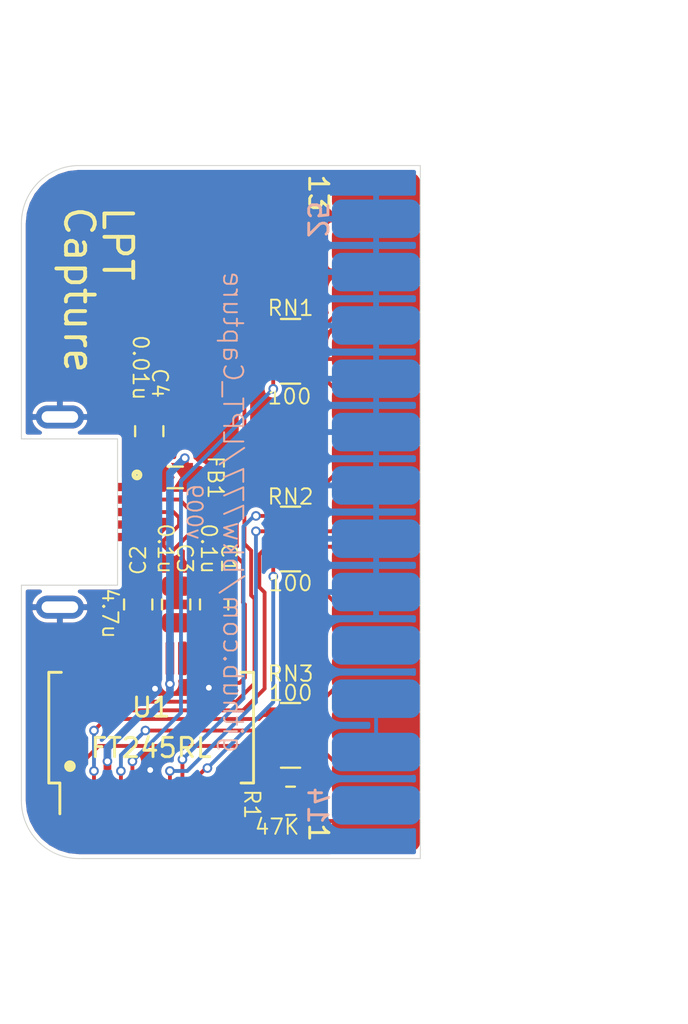
<source format=kicad_pcb>
(kicad_pcb (version 20171130) (host pcbnew 5.1.10-88a1d61d58~88~ubuntu20.10.1)

  (general
    (thickness 1.6)
    (drawings 23)
    (tracks 214)
    (zones 0)
    (modules 13)
    (nets 28)
  )

  (page A4)
  (title_block
    (title "LPT Capture")
    (date 2021-06-29)
    (rev 009)
    (company b.kenyon.w@gmail.com)
  )

  (layers
    (0 F.Cu signal)
    (31 B.Cu signal)
    (32 B.Adhes user hide)
    (33 F.Adhes user hide)
    (34 B.Paste user hide)
    (35 F.Paste user hide)
    (36 B.SilkS user)
    (37 F.SilkS user)
    (38 B.Mask user)
    (39 F.Mask user)
    (40 Dwgs.User user hide)
    (41 Cmts.User user hide)
    (42 Eco1.User user hide)
    (43 Eco2.User user hide)
    (44 Edge.Cuts user)
    (45 Margin user hide)
    (46 B.CrtYd user hide)
    (47 F.CrtYd user hide)
    (48 B.Fab user hide)
    (49 F.Fab user hide)
  )

  (setup
    (last_trace_width 0.2)
    (user_trace_width 0.4)
    (trace_clearance 0.2)
    (zone_clearance 0.508)
    (zone_45_only no)
    (trace_min 0.2)
    (via_size 0.5)
    (via_drill 0.3)
    (via_min_size 0.5)
    (via_min_drill 0.3)
    (user_via 0.8 0.5)
    (uvia_size 0.5)
    (uvia_drill 0.3)
    (uvias_allowed no)
    (uvia_min_size 0.2)
    (uvia_min_drill 0.1)
    (edge_width 0.05)
    (segment_width 0.2)
    (pcb_text_width 0.3)
    (pcb_text_size 1.5 1.5)
    (mod_edge_width 0.12)
    (mod_text_size 1 1)
    (mod_text_width 0.15)
    (pad_size 1.524 1.524)
    (pad_drill 0.762)
    (pad_to_mask_clearance 0)
    (solder_mask_min_width 0.22)
    (aux_axis_origin 0 0)
    (grid_origin 150 100)
    (visible_elements FFFFFF7F)
    (pcbplotparams
      (layerselection 0x010f0_ffffffff)
      (usegerberextensions false)
      (usegerberattributes true)
      (usegerberadvancedattributes true)
      (creategerberjobfile true)
      (excludeedgelayer true)
      (linewidth 0.100000)
      (plotframeref false)
      (viasonmask false)
      (mode 1)
      (useauxorigin false)
      (hpglpennumber 1)
      (hpglpenspeed 20)
      (hpglpendiameter 15.000000)
      (psnegative false)
      (psa4output false)
      (plotreference true)
      (plotvalue true)
      (plotinvisibletext false)
      (padsonsilk false)
      (subtractmaskfromsilk false)
      (outputformat 1)
      (mirror false)
      (drillshape 0)
      (scaleselection 1)
      (outputdirectory "GERBER_LPT_Capture_009"))
  )

  (net 0 "")
  (net 1 GND)
  (net 2 /3v3)
  (net 3 /USB+)
  (net 4 /USB-)
  (net 5 /D1)
  (net 6 /D2)
  (net 7 /D0)
  (net 8 /D3)
  (net 9 /D5)
  (net 10 /D6)
  (net 11 /D4)
  (net 12 /D7)
  (net 13 /WR)
  (net 14 /~TXE)
  (net 15 VCC)
  (net 16 /RST_ERR)
  (net 17 /PD7)
  (net 18 /PD6)
  (net 19 /PD5)
  (net 20 /PD4)
  (net 21 /PD3)
  (net 22 /PD2)
  (net 23 /PD1)
  (net 24 /PD0)
  (net 25 /~STROBE)
  (net 26 VBUS)
  (net 27 /BUSY)

  (net_class Default "This is the default net class."
    (clearance 0.2)
    (trace_width 0.2)
    (via_dia 0.5)
    (via_drill 0.3)
    (uvia_dia 0.5)
    (uvia_drill 0.3)
    (add_net /3v3)
    (add_net /BUSY)
    (add_net /D0)
    (add_net /D1)
    (add_net /D2)
    (add_net /D3)
    (add_net /D4)
    (add_net /D5)
    (add_net /D6)
    (add_net /D7)
    (add_net /PD0)
    (add_net /PD1)
    (add_net /PD2)
    (add_net /PD3)
    (add_net /PD4)
    (add_net /PD5)
    (add_net /PD6)
    (add_net /PD7)
    (add_net /RST_ERR)
    (add_net /WR)
    (add_net /~STROBE)
    (add_net /~TXE)
    (add_net GND)
    (add_net VBUS)
    (add_net VCC)
  )

  (net_class "USB Data" ""
    (clearance 0.2)
    (trace_width 0.2)
    (via_dia 0.5)
    (via_drill 0.3)
    (uvia_dia 0.5)
    (uvia_drill 0.3)
    (diff_pair_width 0.2)
    (diff_pair_gap 0.2)
    (add_net /USB+)
    (add_net /USB-)
  )

  (module 000_LOCAL:SolderJumper-2_P1.3mm_Open_TrianglePad1.0x1.5mm (layer F.Cu) (tedit 60DBCF64) (tstamp 60DC6A70)
    (at 146.7 98.2)
    (descr "SMD Solder Jumper, 1x1.5mm Triangular Pads, 0.3mm gap, open")
    (tags "solder jumper open")
    (path /60EE94F4)
    (attr virtual)
    (fp_text reference JP1 (at 2.6 0.55) (layer F.SilkS) hide
      (effects (font (size 0.8 0.8) (thickness 0.1)))
    )
    (fp_text value SolderJumper_2_Open (at 0 1.9) (layer F.Fab)
      (effects (font (size 1 1) (thickness 0.15)))
    )
    (fp_line (start -1.65 -1.25) (end 1.65 -1.25) (layer F.CrtYd) (width 0.05))
    (fp_line (start -1.65 -1.25) (end -1.65 1.25) (layer F.CrtYd) (width 0.05))
    (fp_line (start 1.65 1.25) (end 1.65 -1.25) (layer F.CrtYd) (width 0.05))
    (fp_line (start 1.65 1.25) (end -1.65 1.25) (layer F.CrtYd) (width 0.05))
    (pad 1 smd custom (at -0.725 0) (size 0.3 0.3) (layers F.Cu F.Mask)
      (net 26 VBUS) (zone_connect 2)
      (options (clearance outline) (anchor rect))
      (primitives
        (gr_poly (pts
           (xy -0.5 -0.75) (xy 0.5 -0.75) (xy 1 0) (xy 0.5 0.75) (xy -0.5 0.75)
) (width 0))
      ))
    (pad 2 smd custom (at 0.725 0) (size 0.3 0.3) (layers F.Cu F.Mask)
      (net 15 VCC) (zone_connect 2)
      (options (clearance outline) (anchor rect))
      (primitives
        (gr_poly (pts
           (xy -0.65 -0.75) (xy 0.5 -0.75) (xy 0.5 0.75) (xy -0.65 0.75) (xy -0.15 0)
) (width 0))
      ))
  )

  (module 000_LOCAL:GCT_USB3155-XX-X_REVA (layer F.Cu) (tedit 60DAAE92) (tstamp 60DB353C)
    (at 141 100 270)
    (path /60DADAA9)
    (fp_text reference J1 (at -4.9 -2.4 270 unlocked) (layer F.SilkS) hide
      (effects (font (size 1.001819 1.001819) (thickness 0.15)))
    )
    (fp_text value USB3155-XX-X_REVA (at 6.72209 -11.89754 270) (layer F.Fab)
      (effects (font (size 1.001055 1.001055) (thickness 0.15)))
    )
    (fp_line (start -6 3) (end 6 3) (layer F.CrtYd) (width 0.05))
    (fp_line (start 6 3) (end 6 -4.25) (layer F.CrtYd) (width 0.05))
    (fp_line (start -6 -4.25) (end 6 -4.25) (layer F.CrtYd) (width 0.05))
    (fp_line (start -0.5 0) (end 0.5 0) (layer F.Fab) (width 0.1))
    (fp_line (start 0 0.5) (end 0 -0.5) (layer F.Fab) (width 0.1))
    (fp_line (start -6 3) (end -6 -4.25) (layer F.CrtYd) (width 0.05))
    (fp_line (start -5.1 2.7) (end -5.1 -3.7) (layer F.Fab) (width 0.1))
    (fp_line (start -5.1 2.7) (end 5.1 2.7) (layer F.Fab) (width 0.1))
    (fp_line (start 5.1 2.7) (end 5.1 -3.7) (layer F.Fab) (width 0.1))
    (fp_line (start -5.1 -3.7) (end 5.1 -3.7) (layer F.Fab) (width 0.1))
    (fp_line (start 4 1.52) (end 5.7 1.52) (layer F.Fab) (width 0.1))
    (fp_line (start -4 1.52) (end -4 -3) (layer F.Fab) (width 0.1))
    (fp_line (start 4 1.52) (end 4 -3) (layer F.Fab) (width 0.1))
    (fp_line (start -4 -3) (end 4 -3) (layer F.Fab) (width 0.1))
    (fp_line (start -5.7 1.52) (end -4 1.52) (layer F.Fab) (width 0.1))
    (fp_circle (center -1.93 -4.01) (end -1.902 -4.01) (layer F.SilkS) (width 0.254))
    (fp_text user PCB~Edge (at -4.80007 2.50003 90) (layer F.Fab)
      (effects (font (size 0.524948 0.524948) (thickness 0.15)))
    )
    (pad S thru_hole oval (at 4.94 0 270) (size 1.2 2.5) (drill oval 0.6 1.9) (layers *.Cu *.Mask)
      (net 1 GND))
    (pad S thru_hole oval (at -4.94 0 270) (size 1.2 2.5) (drill oval 0.6 1.9) (layers *.Cu *.Mask)
      (net 1 GND))
    (pad 5 smd rect (at 1.3 -3.475 270) (size 0.43 0.95) (layers F.Cu F.Paste F.Mask)
      (net 1 GND))
    (pad 4 smd rect (at 0.65 -3.475 270) (size 0.43 0.95) (layers F.Cu F.Paste F.Mask))
    (pad 3 smd rect (at 0 -3.475 270) (size 0.43 0.95) (layers F.Cu F.Paste F.Mask)
      (net 3 /USB+))
    (pad 2 smd rect (at -0.65 -3.475 270) (size 0.43 0.95) (layers F.Cu F.Paste F.Mask)
      (net 4 /USB-))
    (pad 1 smd rect (at -1.3 -3.475 270) (size 0.43 0.95) (layers F.Cu F.Paste F.Mask)
      (net 26 VBUS))
    (model ${KIPRJMOD}/000_LOCAL.pretty/3d/USB3155-30-A.stp
      (offset (xyz 0 -2.15 0))
      (scale (xyz 1 1 1))
      (rotate (xyz -90 0 0))
    )
  )

  (module 000_LOCAL:R_Array_Convex_4x0603 (layer F.Cu) (tedit 60C9CA25) (tstamp 60BBE78D)
    (at 153 91.65)
    (descr "Chip Resistor Network, ROHM MNR14 (see mnr_g.pdf)")
    (tags "resistor array")
    (path /60BC2D83)
    (attr smd)
    (fp_text reference RN1 (at 0 -2.25) (layer F.SilkS)
      (effects (font (size 0.8 0.8) (thickness 0.1)))
    )
    (fp_text value 100 (at -0.05 2.35 unlocked) (layer F.SilkS)
      (effects (font (size 0.8 0.8) (thickness 0.1)))
    )
    (fp_line (start 1.55 1.85) (end -1.55 1.85) (layer F.CrtYd) (width 0.05))
    (fp_line (start 1.55 1.85) (end 1.55 -1.85) (layer F.CrtYd) (width 0.05))
    (fp_line (start -1.55 -1.85) (end -1.55 1.85) (layer F.CrtYd) (width 0.05))
    (fp_line (start -1.55 -1.85) (end 1.55 -1.85) (layer F.CrtYd) (width 0.05))
    (fp_line (start 0.5 -1.68) (end -0.5 -1.68) (layer F.SilkS) (width 0.12))
    (fp_line (start 0.5 1.68) (end -0.5 1.68) (layer F.SilkS) (width 0.12))
    (fp_line (start -0.8 1.6) (end -0.8 -1.6) (layer F.Fab) (width 0.1))
    (fp_line (start 0.8 1.6) (end -0.8 1.6) (layer F.Fab) (width 0.1))
    (fp_line (start 0.8 -1.6) (end 0.8 1.6) (layer F.Fab) (width 0.1))
    (fp_line (start -0.8 -1.6) (end 0.8 -1.6) (layer F.Fab) (width 0.1))
    (fp_text user %R (at 0 0 90) (layer F.Fab)
      (effects (font (size 0.5 0.5) (thickness 0.075)))
    )
    (pad 5 smd roundrect (at 0.9 1.2) (size 0.8 0.5) (layers F.Cu F.Paste F.Mask) (roundrect_rratio 0.2)
      (net 17 /PD7))
    (pad 6 smd roundrect (at 0.9 0.4) (size 0.8 0.5) (layers F.Cu F.Paste F.Mask) (roundrect_rratio 0.2)
      (net 25 /~STROBE))
    (pad 8 smd roundrect (at 0.9 -1.2) (size 0.8 0.5) (layers F.Cu F.Paste F.Mask) (roundrect_rratio 0.2)
      (net 27 /BUSY))
    (pad 7 smd roundrect (at 0.9 -0.4) (size 0.8 0.5) (layers F.Cu F.Paste F.Mask) (roundrect_rratio 0.2)
      (net 1 GND))
    (pad 4 smd roundrect (at -0.9 1.2) (size 0.8 0.5) (layers F.Cu F.Paste F.Mask) (roundrect_rratio 0.2)
      (net 12 /D7))
    (pad 2 smd roundrect (at -0.9 -0.4) (size 0.8 0.5) (layers F.Cu F.Paste F.Mask) (roundrect_rratio 0.2)
      (net 1 GND))
    (pad 3 smd roundrect (at -0.9 0.4) (size 0.8 0.5) (layers F.Cu F.Paste F.Mask) (roundrect_rratio 0.2))
    (pad 1 smd roundrect (at -0.9 -1.2) (size 0.8 0.5) (layers F.Cu F.Paste F.Mask) (roundrect_rratio 0.2)
      (net 14 /~TXE))
    (model ${KIPRJMOD}/000_LOCAL.pretty/3d/R_Array_Convex_4x0603.step
      (at (xyz 0 0 0))
      (scale (xyz 1 1 1))
      (rotate (xyz 0 0 0))
    )
  )

  (module 000_LOCAL:R_Array_Convex_4x0603 (layer F.Cu) (tedit 60C9CA25) (tstamp 60BBE61C)
    (at 153 101.4)
    (descr "Chip Resistor Network, ROHM MNR14 (see mnr_g.pdf)")
    (tags "resistor array")
    (path /60E9D2B3)
    (attr smd)
    (fp_text reference RN2 (at 0 -2.2) (layer F.SilkS)
      (effects (font (size 0.8 0.8) (thickness 0.1)))
    )
    (fp_text value 100 (at 0 2.3) (layer F.SilkS)
      (effects (font (size 0.8 0.8) (thickness 0.1)))
    )
    (fp_line (start 1.55 1.85) (end -1.55 1.85) (layer F.CrtYd) (width 0.05))
    (fp_line (start 1.55 1.85) (end 1.55 -1.85) (layer F.CrtYd) (width 0.05))
    (fp_line (start -1.55 -1.85) (end -1.55 1.85) (layer F.CrtYd) (width 0.05))
    (fp_line (start -1.55 -1.85) (end 1.55 -1.85) (layer F.CrtYd) (width 0.05))
    (fp_line (start 0.5 -1.68) (end -0.5 -1.68) (layer F.SilkS) (width 0.12))
    (fp_line (start 0.5 1.68) (end -0.5 1.68) (layer F.SilkS) (width 0.12))
    (fp_line (start -0.8 1.6) (end -0.8 -1.6) (layer F.Fab) (width 0.1))
    (fp_line (start 0.8 1.6) (end -0.8 1.6) (layer F.Fab) (width 0.1))
    (fp_line (start 0.8 -1.6) (end 0.8 1.6) (layer F.Fab) (width 0.1))
    (fp_line (start -0.8 -1.6) (end 0.8 -1.6) (layer F.Fab) (width 0.1))
    (fp_text user %R (at 0 0 90) (layer F.Fab)
      (effects (font (size 0.5 0.5) (thickness 0.075)))
    )
    (pad 5 smd roundrect (at 0.9 1.2) (size 0.8 0.5) (layers F.Cu F.Paste F.Mask) (roundrect_rratio 0.2)
      (net 21 /PD3))
    (pad 6 smd roundrect (at 0.9 0.4) (size 0.8 0.5) (layers F.Cu F.Paste F.Mask) (roundrect_rratio 0.2)
      (net 20 /PD4))
    (pad 8 smd roundrect (at 0.9 -1.2) (size 0.8 0.5) (layers F.Cu F.Paste F.Mask) (roundrect_rratio 0.2)
      (net 18 /PD6))
    (pad 7 smd roundrect (at 0.9 -0.4) (size 0.8 0.5) (layers F.Cu F.Paste F.Mask) (roundrect_rratio 0.2)
      (net 19 /PD5))
    (pad 4 smd roundrect (at -0.9 1.2) (size 0.8 0.5) (layers F.Cu F.Paste F.Mask) (roundrect_rratio 0.2)
      (net 8 /D3))
    (pad 2 smd roundrect (at -0.9 -0.4) (size 0.8 0.5) (layers F.Cu F.Paste F.Mask) (roundrect_rratio 0.2)
      (net 9 /D5))
    (pad 3 smd roundrect (at -0.9 0.4) (size 0.8 0.5) (layers F.Cu F.Paste F.Mask) (roundrect_rratio 0.2)
      (net 11 /D4))
    (pad 1 smd roundrect (at -0.9 -1.2) (size 0.8 0.5) (layers F.Cu F.Paste F.Mask) (roundrect_rratio 0.2)
      (net 10 /D6))
    (model ${KIPRJMOD}/000_LOCAL.pretty/3d/R_Array_Convex_4x0603.step
      (at (xyz 0 0 0))
      (scale (xyz 1 1 1))
      (rotate (xyz 0 0 0))
    )
  )

  (module 000_LOCAL:R_Array_Convex_4x0603 (layer F.Cu) (tedit 60C9CA25) (tstamp 60BFC8D2)
    (at 153 111.6)
    (descr "Chip Resistor Network, ROHM MNR14 (see mnr_g.pdf)")
    (tags "resistor array")
    (path /60F04DD3)
    (attr smd)
    (fp_text reference RN3 (at 0 -3.2) (layer F.SilkS)
      (effects (font (size 0.8 0.8) (thickness 0.1)))
    )
    (fp_text value 100 (at 0 -2.2 unlocked) (layer F.SilkS)
      (effects (font (size 0.8 0.8) (thickness 0.1)))
    )
    (fp_line (start 1.55 1.85) (end -1.55 1.85) (layer F.CrtYd) (width 0.05))
    (fp_line (start 1.55 1.85) (end 1.55 -1.85) (layer F.CrtYd) (width 0.05))
    (fp_line (start -1.55 -1.85) (end -1.55 1.85) (layer F.CrtYd) (width 0.05))
    (fp_line (start -1.55 -1.85) (end 1.55 -1.85) (layer F.CrtYd) (width 0.05))
    (fp_line (start 0.5 -1.68) (end -0.5 -1.68) (layer F.SilkS) (width 0.12))
    (fp_line (start 0.5 1.68) (end -0.5 1.68) (layer F.SilkS) (width 0.12))
    (fp_line (start -0.8 1.6) (end -0.8 -1.6) (layer F.Fab) (width 0.1))
    (fp_line (start 0.8 1.6) (end -0.8 1.6) (layer F.Fab) (width 0.1))
    (fp_line (start 0.8 -1.6) (end 0.8 1.6) (layer F.Fab) (width 0.1))
    (fp_line (start -0.8 -1.6) (end 0.8 -1.6) (layer F.Fab) (width 0.1))
    (fp_text user %R (at 0 0 90) (layer F.Fab)
      (effects (font (size 0.5 0.5) (thickness 0.075)))
    )
    (pad 5 smd roundrect (at 0.9 1.2) (size 0.8 0.5) (layers F.Cu F.Paste F.Mask) (roundrect_rratio 0.2)
      (net 25 /~STROBE))
    (pad 6 smd roundrect (at 0.9 0.4) (size 0.8 0.5) (layers F.Cu F.Paste F.Mask) (roundrect_rratio 0.2)
      (net 24 /PD0))
    (pad 8 smd roundrect (at 0.9 -1.2) (size 0.8 0.5) (layers F.Cu F.Paste F.Mask) (roundrect_rratio 0.2)
      (net 22 /PD2))
    (pad 7 smd roundrect (at 0.9 -0.4) (size 0.8 0.5) (layers F.Cu F.Paste F.Mask) (roundrect_rratio 0.2)
      (net 23 /PD1))
    (pad 4 smd roundrect (at -0.9 1.2) (size 0.8 0.5) (layers F.Cu F.Paste F.Mask) (roundrect_rratio 0.2)
      (net 13 /WR))
    (pad 2 smd roundrect (at -0.9 -0.4) (size 0.8 0.5) (layers F.Cu F.Paste F.Mask) (roundrect_rratio 0.2)
      (net 5 /D1))
    (pad 3 smd roundrect (at -0.9 0.4) (size 0.8 0.5) (layers F.Cu F.Paste F.Mask) (roundrect_rratio 0.2)
      (net 7 /D0))
    (pad 1 smd roundrect (at -0.9 -1.2) (size 0.8 0.5) (layers F.Cu F.Paste F.Mask) (roundrect_rratio 0.2)
      (net 6 /D2))
    (model ${KIPRJMOD}/000_LOCAL.pretty/3d/R_Array_Convex_4x0603.step
      (at (xyz 0 0 0))
      (scale (xyz 1 1 1))
      (rotate (xyz 0 0 0))
    )
  )

  (module 000_LOCAL:L_0805_2012Metric (layer F.Cu) (tedit 60C9B4E4) (tstamp 60CA1001)
    (at 147 98.2 180)
    (descr "Inductor SMD 0805 (2012 Metric), square (rectangular) end terminal, IPC_7351 nominal, (Body size source: IPC-SM-782 page 80, https://www.pcb-3d.com/wordpress/wp-content/uploads/ipc-sm-782a_amendment_1_and_2.pdf), generated with kicad-footprint-generator")
    (tags inductor)
    (path /60CAB513)
    (attr smd)
    (fp_text reference FB1 (at -2.1 0 -90 unlocked) (layer F.SilkS)
      (effects (font (size 0.8 0.8) (thickness 0.1)))
    )
    (fp_text value 40-1.5A (at 0 1.55) (layer F.Fab)
      (effects (font (size 1 1) (thickness 0.15)))
    )
    (fp_line (start -1 0.45) (end -1 -0.45) (layer F.Fab) (width 0.1))
    (fp_line (start -1 -0.45) (end 1 -0.45) (layer F.Fab) (width 0.1))
    (fp_line (start 1 -0.45) (end 1 0.45) (layer F.Fab) (width 0.1))
    (fp_line (start 1 0.45) (end -1 0.45) (layer F.Fab) (width 0.1))
    (fp_line (start -0.399622 -0.56) (end 0.399622 -0.56) (layer F.SilkS) (width 0.12))
    (fp_line (start -0.399622 0.56) (end 0.399622 0.56) (layer F.SilkS) (width 0.12))
    (fp_line (start -1.75 0.85) (end -1.75 -0.85) (layer F.CrtYd) (width 0.05))
    (fp_line (start -1.75 -0.85) (end 1.75 -0.85) (layer F.CrtYd) (width 0.05))
    (fp_line (start 1.75 -0.85) (end 1.75 0.85) (layer F.CrtYd) (width 0.05))
    (fp_line (start 1.75 0.85) (end -1.75 0.85) (layer F.CrtYd) (width 0.05))
    (fp_text user %R (at 0 0) (layer F.Fab)
      (effects (font (size 0.5 0.5) (thickness 0.08)))
    )
    (pad 2 smd roundrect (at 1.0625 0 180) (size 0.875 1.2) (layers F.Cu F.Paste F.Mask) (roundrect_rratio 0.25)
      (net 26 VBUS))
    (pad 1 smd roundrect (at -1.0625 0 180) (size 0.875 1.2) (layers F.Cu F.Paste F.Mask) (roundrect_rratio 0.25)
      (net 15 VCC))
    (model ${KIPRJMOD}/000_LOCAL.pretty/3d/L_0805_2012Metric.step
      (at (xyz 0 0 0))
      (scale (xyz 1 1 1))
      (rotate (xyz 0 0 0))
    )
  )

  (module 000_LOCAL:C_0805_2012Metric (layer F.Cu) (tedit 60BB0558) (tstamp 60CAC7FA)
    (at 145.65 95.8 90)
    (descr "Capacitor SMD 0805 (2012 Metric), square (rectangular) end terminal, IPC_7351 nominal, (Body size source: IPC-SM-782 page 76, https://www.pcb-3d.com/wordpress/wp-content/uploads/ipc-sm-782a_amendment_1_and_2.pdf, https://docs.google.com/spreadsheets/d/1BsfQQcO9C6DZCsRaXUlFlo91Tg2WpOkGARC1WS5S8t0/edit?usp=sharing), generated with kicad-footprint-generator")
    (tags capacitor)
    (path /60CC8F96)
    (attr smd)
    (fp_text reference C4 (at 2.5 0.55 270 unlocked) (layer F.SilkS)
      (effects (font (size 0.8 0.8) (thickness 0.1)))
    )
    (fp_text value 0.01u (at 3.3 -0.45 270 unlocked) (layer F.SilkS)
      (effects (font (size 0.8 0.8) (thickness 0.1)))
    )
    (fp_line (start -1 0.625) (end -1 -0.625) (layer F.Fab) (width 0.1))
    (fp_line (start -1 -0.625) (end 1 -0.625) (layer F.Fab) (width 0.1))
    (fp_line (start 1 -0.625) (end 1 0.625) (layer F.Fab) (width 0.1))
    (fp_line (start 1 0.625) (end -1 0.625) (layer F.Fab) (width 0.1))
    (fp_line (start -0.261252 -0.735) (end 0.261252 -0.735) (layer F.SilkS) (width 0.12))
    (fp_line (start -0.261252 0.735) (end 0.261252 0.735) (layer F.SilkS) (width 0.12))
    (fp_line (start -1.7 0.98) (end -1.7 -0.98) (layer F.CrtYd) (width 0.05))
    (fp_line (start -1.7 -0.98) (end 1.7 -0.98) (layer F.CrtYd) (width 0.05))
    (fp_line (start 1.7 -0.98) (end 1.7 0.98) (layer F.CrtYd) (width 0.05))
    (fp_line (start 1.7 0.98) (end -1.7 0.98) (layer F.CrtYd) (width 0.05))
    (fp_text user %R (at 0 0 90) (layer F.Fab)
      (effects (font (size 0.5 0.5) (thickness 0.08)))
    )
    (pad 2 smd roundrect (at 0.95 0 90) (size 1 1.45) (layers F.Cu F.Paste F.Mask) (roundrect_rratio 0.25)
      (net 1 GND))
    (pad 1 smd roundrect (at -0.95 0 90) (size 1 1.45) (layers F.Cu F.Paste F.Mask) (roundrect_rratio 0.25)
      (net 26 VBUS))
    (model ${KIPRJMOD}/000_LOCAL.pretty/3d/C_0805_2012Metric.step
      (at (xyz 0 0 0))
      (scale (xyz 1 1 1))
      (rotate (xyz 0 0 0))
    )
  )

  (module 000_LOCAL:C_0805_2012Metric (layer F.Cu) (tedit 60BB0558) (tstamp 60CA0FDF)
    (at 147.05 104.8 90)
    (descr "Capacitor SMD 0805 (2012 Metric), square (rectangular) end terminal, IPC_7351 nominal, (Body size source: IPC-SM-782 page 76, https://www.pcb-3d.com/wordpress/wp-content/uploads/ipc-sm-782a_amendment_1_and_2.pdf, https://docs.google.com/spreadsheets/d/1BsfQQcO9C6DZCsRaXUlFlo91Tg2WpOkGARC1WS5S8t0/edit?usp=sharing), generated with kicad-footprint-generator")
    (tags capacitor)
    (path /60D3ACCC)
    (attr smd)
    (fp_text reference C3 (at 2.4 0.45 -90 unlocked) (layer F.SilkS)
      (effects (font (size 0.8 0.8) (thickness 0.1)))
    )
    (fp_text value 0.1u (at 2.9 -0.55 270 unlocked) (layer F.SilkS)
      (effects (font (size 0.8 0.8) (thickness 0.1)))
    )
    (fp_line (start -1 0.625) (end -1 -0.625) (layer F.Fab) (width 0.1))
    (fp_line (start -1 -0.625) (end 1 -0.625) (layer F.Fab) (width 0.1))
    (fp_line (start 1 -0.625) (end 1 0.625) (layer F.Fab) (width 0.1))
    (fp_line (start 1 0.625) (end -1 0.625) (layer F.Fab) (width 0.1))
    (fp_line (start -0.261252 -0.735) (end 0.261252 -0.735) (layer F.SilkS) (width 0.12))
    (fp_line (start -0.261252 0.735) (end 0.261252 0.735) (layer F.SilkS) (width 0.12))
    (fp_line (start -1.7 0.98) (end -1.7 -0.98) (layer F.CrtYd) (width 0.05))
    (fp_line (start -1.7 -0.98) (end 1.7 -0.98) (layer F.CrtYd) (width 0.05))
    (fp_line (start 1.7 -0.98) (end 1.7 0.98) (layer F.CrtYd) (width 0.05))
    (fp_line (start 1.7 0.98) (end -1.7 0.98) (layer F.CrtYd) (width 0.05))
    (fp_text user %R (at 0 0 90) (layer F.Fab)
      (effects (font (size 0.5 0.5) (thickness 0.08)))
    )
    (pad 2 smd roundrect (at 0.95 0 90) (size 1 1.45) (layers F.Cu F.Paste F.Mask) (roundrect_rratio 0.25)
      (net 1 GND))
    (pad 1 smd roundrect (at -0.95 0 90) (size 1 1.45) (layers F.Cu F.Paste F.Mask) (roundrect_rratio 0.25)
      (net 15 VCC))
    (model ${KIPRJMOD}/000_LOCAL.pretty/3d/C_0805_2012Metric.step
      (at (xyz 0 0 0))
      (scale (xyz 1 1 1))
      (rotate (xyz 0 0 0))
    )
  )

  (module 000_LOCAL:DSUB-25_Male_EdgeMount_P2.77mm (layer F.Cu) (tedit 60C163D6) (tstamp 60BBE3FB)
    (at 157.95 100 90)
    (descr "25-pin D-Sub connector, solder-cups edge-mounted, male, x-pin-pitch 2.77mm, distance of mounting holes 47.1mm, see https://disti-assets.s3.amazonaws.com/tonar/files/datasheets/16730.pdf")
    (tags "25-pin D-Sub connector edge mount solder cup male x-pin-pitch 2.77mm mounting holes distance 47.1mm")
    (path /60BBDFE2)
    (fp_text reference J2 (at -15.267 -0.4688 90) (layer F.SilkS) hide
      (effects (font (size 1 1) (thickness 0.15)))
    )
    (fp_text value "DB25 Male" (at 0 12.95 90) (layer F.Fab)
      (effects (font (size 1 1) (thickness 0.15)))
    )
    (fp_line (start 19.15 9.69) (end -19.15 9.69) (layer F.Fab) (width 0.1))
    (fp_line (start 19.15 15.69) (end 19.15 9.69) (layer F.Fab) (width 0.1))
    (fp_line (start -19.15 15.69) (end 19.15 15.69) (layer F.Fab) (width 0.1))
    (fp_line (start -19.15 9.69) (end -19.15 15.69) (layer F.Fab) (width 0.1))
    (fp_line (start 26.55 9.29) (end -26.55 9.29) (layer F.Fab) (width 0.1))
    (fp_line (start 26.55 9.69) (end 26.55 9.29) (layer F.Fab) (width 0.1))
    (fp_line (start -26.55 9.69) (end 26.55 9.69) (layer F.Fab) (width 0.1))
    (fp_line (start -26.55 9.29) (end -26.55 9.69) (layer F.Fab) (width 0.1))
    (fp_line (start 19.55 4.79) (end -19.55 4.79) (layer F.Fab) (width 0.1))
    (fp_line (start 19.55 9.29) (end 19.55 4.79) (layer F.Fab) (width 0.1))
    (fp_line (start -19.55 9.29) (end 19.55 9.29) (layer F.Fab) (width 0.1))
    (fp_line (start -19.55 4.79) (end -19.55 9.29) (layer F.Fab) (width 0.1))
    (fp_line (start 18.55 1.99) (end -18.55 1.99) (layer F.Fab) (width 0.1))
    (fp_line (start 18.55 4.79) (end 18.55 1.99) (layer F.Fab) (width 0.1))
    (fp_line (start -18.55 4.79) (end 18.55 4.79) (layer F.Fab) (width 0.1))
    (fp_line (start -18.55 1.99) (end -18.55 4.79) (layer F.Fab) (width 0.1))
    (fp_line (start 15.835 -0.91) (end 14.635 -0.91) (layer B.Fab) (width 0.1))
    (fp_line (start 15.835 1.99) (end 15.835 -0.91) (layer B.Fab) (width 0.1))
    (fp_line (start 14.635 1.99) (end 15.835 1.99) (layer B.Fab) (width 0.1))
    (fp_line (start 14.635 -0.91) (end 14.635 1.99) (layer B.Fab) (width 0.1))
    (fp_line (start 13.065 -0.91) (end 11.865 -0.91) (layer B.Fab) (width 0.1))
    (fp_line (start 13.065 1.99) (end 13.065 -0.91) (layer B.Fab) (width 0.1))
    (fp_line (start 11.865 1.99) (end 13.065 1.99) (layer B.Fab) (width 0.1))
    (fp_line (start 11.865 -0.91) (end 11.865 1.99) (layer B.Fab) (width 0.1))
    (fp_line (start 10.295 -0.91) (end 9.095 -0.91) (layer B.Fab) (width 0.1))
    (fp_line (start 10.295 1.99) (end 10.295 -0.91) (layer B.Fab) (width 0.1))
    (fp_line (start 9.095 1.99) (end 10.295 1.99) (layer B.Fab) (width 0.1))
    (fp_line (start 9.095 -0.91) (end 9.095 1.99) (layer B.Fab) (width 0.1))
    (fp_line (start 7.525 -0.91) (end 6.325 -0.91) (layer B.Fab) (width 0.1))
    (fp_line (start 7.525 1.99) (end 7.525 -0.91) (layer B.Fab) (width 0.1))
    (fp_line (start 6.325 1.99) (end 7.525 1.99) (layer B.Fab) (width 0.1))
    (fp_line (start 6.325 -0.91) (end 6.325 1.99) (layer B.Fab) (width 0.1))
    (fp_line (start 4.755 -0.91) (end 3.555 -0.91) (layer B.Fab) (width 0.1))
    (fp_line (start 4.755 1.99) (end 4.755 -0.91) (layer B.Fab) (width 0.1))
    (fp_line (start 3.555 1.99) (end 4.755 1.99) (layer B.Fab) (width 0.1))
    (fp_line (start 3.555 -0.91) (end 3.555 1.99) (layer B.Fab) (width 0.1))
    (fp_line (start 1.985 -0.91) (end 0.785 -0.91) (layer B.Fab) (width 0.1))
    (fp_line (start 1.985 1.99) (end 1.985 -0.91) (layer B.Fab) (width 0.1))
    (fp_line (start 0.785 1.99) (end 1.985 1.99) (layer B.Fab) (width 0.1))
    (fp_line (start 0.785 -0.91) (end 0.785 1.99) (layer B.Fab) (width 0.1))
    (fp_line (start -0.785 -0.91) (end -1.985 -0.91) (layer B.Fab) (width 0.1))
    (fp_line (start -0.785 1.99) (end -0.785 -0.91) (layer B.Fab) (width 0.1))
    (fp_line (start -1.985 1.99) (end -0.785 1.99) (layer B.Fab) (width 0.1))
    (fp_line (start -1.985 -0.91) (end -1.985 1.99) (layer B.Fab) (width 0.1))
    (fp_line (start -3.555 -0.91) (end -4.755 -0.91) (layer B.Fab) (width 0.1))
    (fp_line (start -3.555 1.99) (end -3.555 -0.91) (layer B.Fab) (width 0.1))
    (fp_line (start -4.755 1.99) (end -3.555 1.99) (layer B.Fab) (width 0.1))
    (fp_line (start -4.755 -0.91) (end -4.755 1.99) (layer B.Fab) (width 0.1))
    (fp_line (start -6.325 -0.91) (end -7.525 -0.91) (layer B.Fab) (width 0.1))
    (fp_line (start -6.325 1.99) (end -6.325 -0.91) (layer B.Fab) (width 0.1))
    (fp_line (start -7.525 1.99) (end -6.325 1.99) (layer B.Fab) (width 0.1))
    (fp_line (start -7.525 -0.91) (end -7.525 1.99) (layer B.Fab) (width 0.1))
    (fp_line (start -9.095 -0.91) (end -10.295 -0.91) (layer B.Fab) (width 0.1))
    (fp_line (start -9.095 1.99) (end -9.095 -0.91) (layer B.Fab) (width 0.1))
    (fp_line (start -10.295 1.99) (end -9.095 1.99) (layer B.Fab) (width 0.1))
    (fp_line (start -10.295 -0.91) (end -10.295 1.99) (layer B.Fab) (width 0.1))
    (fp_line (start -11.865 -0.91) (end -13.065 -0.91) (layer B.Fab) (width 0.1))
    (fp_line (start -11.865 1.99) (end -11.865 -0.91) (layer B.Fab) (width 0.1))
    (fp_line (start -13.065 1.99) (end -11.865 1.99) (layer B.Fab) (width 0.1))
    (fp_line (start -13.065 -0.91) (end -13.065 1.99) (layer B.Fab) (width 0.1))
    (fp_line (start -14.635 -0.91) (end -15.835 -0.91) (layer B.Fab) (width 0.1))
    (fp_line (start -14.635 1.99) (end -14.635 -0.91) (layer B.Fab) (width 0.1))
    (fp_line (start -15.835 1.99) (end -14.635 1.99) (layer B.Fab) (width 0.1))
    (fp_line (start -15.835 -0.91) (end -15.835 1.99) (layer B.Fab) (width 0.1))
    (fp_line (start 17.22 -0.91) (end 16.02 -0.91) (layer F.Fab) (width 0.1))
    (fp_line (start 17.22 1.99) (end 17.22 -0.91) (layer F.Fab) (width 0.1))
    (fp_line (start 16.02 1.99) (end 17.22 1.99) (layer F.Fab) (width 0.1))
    (fp_line (start 16.02 -0.91) (end 16.02 1.99) (layer F.Fab) (width 0.1))
    (fp_line (start 14.45 -0.91) (end 13.25 -0.91) (layer F.Fab) (width 0.1))
    (fp_line (start 14.45 1.99) (end 14.45 -0.91) (layer F.Fab) (width 0.1))
    (fp_line (start 13.25 1.99) (end 14.45 1.99) (layer F.Fab) (width 0.1))
    (fp_line (start 13.25 -0.91) (end 13.25 1.99) (layer F.Fab) (width 0.1))
    (fp_line (start 11.68 -0.91) (end 10.48 -0.91) (layer F.Fab) (width 0.1))
    (fp_line (start 11.68 1.99) (end 11.68 -0.91) (layer F.Fab) (width 0.1))
    (fp_line (start 10.48 1.99) (end 11.68 1.99) (layer F.Fab) (width 0.1))
    (fp_line (start 10.48 -0.91) (end 10.48 1.99) (layer F.Fab) (width 0.1))
    (fp_line (start 8.91 -0.91) (end 7.71 -0.91) (layer F.Fab) (width 0.1))
    (fp_line (start 8.91 1.99) (end 8.91 -0.91) (layer F.Fab) (width 0.1))
    (fp_line (start 7.71 1.99) (end 8.91 1.99) (layer F.Fab) (width 0.1))
    (fp_line (start 7.71 -0.91) (end 7.71 1.99) (layer F.Fab) (width 0.1))
    (fp_line (start 6.14 -0.91) (end 4.94 -0.91) (layer F.Fab) (width 0.1))
    (fp_line (start 6.14 1.99) (end 6.14 -0.91) (layer F.Fab) (width 0.1))
    (fp_line (start 4.94 1.99) (end 6.14 1.99) (layer F.Fab) (width 0.1))
    (fp_line (start 4.94 -0.91) (end 4.94 1.99) (layer F.Fab) (width 0.1))
    (fp_line (start 3.37 -0.91) (end 2.17 -0.91) (layer F.Fab) (width 0.1))
    (fp_line (start 3.37 1.99) (end 3.37 -0.91) (layer F.Fab) (width 0.1))
    (fp_line (start 2.17 1.99) (end 3.37 1.99) (layer F.Fab) (width 0.1))
    (fp_line (start 2.17 -0.91) (end 2.17 1.99) (layer F.Fab) (width 0.1))
    (fp_line (start 0.6 -0.91) (end -0.6 -0.91) (layer F.Fab) (width 0.1))
    (fp_line (start 0.6 1.99) (end 0.6 -0.91) (layer F.Fab) (width 0.1))
    (fp_line (start -0.6 1.99) (end 0.6 1.99) (layer F.Fab) (width 0.1))
    (fp_line (start -0.6 -0.91) (end -0.6 1.99) (layer F.Fab) (width 0.1))
    (fp_line (start -2.17 -0.91) (end -3.37 -0.91) (layer F.Fab) (width 0.1))
    (fp_line (start -2.17 1.99) (end -2.17 -0.91) (layer F.Fab) (width 0.1))
    (fp_line (start -3.37 1.99) (end -2.17 1.99) (layer F.Fab) (width 0.1))
    (fp_line (start -3.37 -0.91) (end -3.37 1.99) (layer F.Fab) (width 0.1))
    (fp_line (start -4.94 -0.91) (end -6.14 -0.91) (layer F.Fab) (width 0.1))
    (fp_line (start -4.94 1.99) (end -4.94 -0.91) (layer F.Fab) (width 0.1))
    (fp_line (start -6.14 1.99) (end -4.94 1.99) (layer F.Fab) (width 0.1))
    (fp_line (start -6.14 -0.91) (end -6.14 1.99) (layer F.Fab) (width 0.1))
    (fp_line (start -7.71 -0.91) (end -8.91 -0.91) (layer F.Fab) (width 0.1))
    (fp_line (start -7.71 1.99) (end -7.71 -0.91) (layer F.Fab) (width 0.1))
    (fp_line (start -8.91 1.99) (end -7.71 1.99) (layer F.Fab) (width 0.1))
    (fp_line (start -8.91 -0.91) (end -8.91 1.99) (layer F.Fab) (width 0.1))
    (fp_line (start -10.48 -0.91) (end -11.68 -0.91) (layer F.Fab) (width 0.1))
    (fp_line (start -10.48 1.99) (end -10.48 -0.91) (layer F.Fab) (width 0.1))
    (fp_line (start -11.68 1.99) (end -10.48 1.99) (layer F.Fab) (width 0.1))
    (fp_line (start -11.68 -0.91) (end -11.68 1.99) (layer F.Fab) (width 0.1))
    (fp_line (start -13.25 -0.91) (end -14.45 -0.91) (layer F.Fab) (width 0.1))
    (fp_line (start -13.25 1.99) (end -13.25 -0.91) (layer F.Fab) (width 0.1))
    (fp_line (start -14.45 1.99) (end -13.25 1.99) (layer F.Fab) (width 0.1))
    (fp_line (start -14.45 -0.91) (end -14.45 1.99) (layer F.Fab) (width 0.1))
    (fp_line (start -16.02 -0.91) (end -17.22 -0.91) (layer F.Fab) (width 0.1))
    (fp_line (start -16.02 1.99) (end -16.02 -0.91) (layer F.Fab) (width 0.1))
    (fp_line (start -17.22 1.99) (end -16.02 1.99) (layer F.Fab) (width 0.1))
    (fp_line (start -17.22 -0.91) (end -17.22 1.99) (layer F.Fab) (width 0.1))
    (fp_text user "PCB edge" (at 0 2.45 90) (layer Dwgs.User)
      (effects (font (size 0.5 0.5) (thickness 0.075)))
    )
    (fp_text user %R (at 0 3.39 90) (layer F.Fab)
      (effects (font (size 1 1) (thickness 0.15)))
    )
    (pad 25 smd roundrect (at 15.235 -0.5 90) (size 2 4.6) (layers B.Cu B.Mask) (roundrect_rratio 0.25)
      (net 1 GND))
    (pad 24 smd roundrect (at 12.465 -0.5 90) (size 2 4.6) (layers B.Cu B.Mask) (roundrect_rratio 0.25)
      (net 1 GND))
    (pad 23 smd roundrect (at 9.695 -0.5 90) (size 2 4.6) (layers B.Cu B.Mask) (roundrect_rratio 0.25)
      (net 1 GND))
    (pad 22 smd roundrect (at 6.925 -0.5 90) (size 2 4.6) (layers B.Cu B.Mask) (roundrect_rratio 0.25)
      (net 1 GND))
    (pad 21 smd roundrect (at 4.155 -0.5 90) (size 2 4.6) (layers B.Cu B.Mask) (roundrect_rratio 0.25)
      (net 1 GND))
    (pad 20 smd roundrect (at 1.385 -0.5 90) (size 2 4.6) (layers B.Cu B.Mask) (roundrect_rratio 0.25)
      (net 1 GND))
    (pad 19 smd roundrect (at -1.385 -0.5 90) (size 2 4.6) (layers B.Cu B.Mask) (roundrect_rratio 0.25)
      (net 1 GND))
    (pad 18 smd roundrect (at -4.155 -0.5 90) (size 2 4.6) (layers B.Cu B.Mask) (roundrect_rratio 0.25)
      (net 1 GND))
    (pad 17 smd roundrect (at -6.925 -0.5 90) (size 2 4.6) (layers B.Cu B.Mask) (roundrect_rratio 0.25))
    (pad 16 smd roundrect (at -9.695 -0.5 90) (size 2 4.6) (layers B.Cu B.Mask) (roundrect_rratio 0.25)
      (net 16 /RST_ERR))
    (pad 15 smd roundrect (at -12.465 -0.5 90) (size 2 4.6) (layers B.Cu B.Mask) (roundrect_rratio 0.25)
      (net 16 /RST_ERR))
    (pad 14 smd roundrect (at -15.235 -0.5 90) (size 2 4.6) (layers B.Cu B.Mask) (roundrect_rratio 0.25))
    (pad 13 smd roundrect (at 16.62 -0.5 90) (size 2 4.6) (layers F.Cu F.Mask) (roundrect_rratio 0.25))
    (pad 12 smd roundrect (at 13.85 -0.5 90) (size 2 4.6) (layers F.Cu F.Mask) (roundrect_rratio 0.25)
      (net 1 GND))
    (pad 11 smd roundrect (at 11.08 -0.5 90) (size 2 4.6) (layers F.Cu F.Mask) (roundrect_rratio 0.25)
      (net 27 /BUSY))
    (pad 10 smd roundrect (at 8.31 -0.5 90) (size 2 4.6) (layers F.Cu F.Mask) (roundrect_rratio 0.25)
      (net 25 /~STROBE))
    (pad 9 smd roundrect (at 5.54 -0.5 90) (size 2 4.6) (layers F.Cu F.Mask) (roundrect_rratio 0.25)
      (net 17 /PD7))
    (pad 8 smd roundrect (at 2.77 -0.5 90) (size 2 4.6) (layers F.Cu F.Mask) (roundrect_rratio 0.25)
      (net 18 /PD6))
    (pad 7 smd roundrect (at 0 -0.5 90) (size 2 4.6) (layers F.Cu F.Mask) (roundrect_rratio 0.25)
      (net 19 /PD5))
    (pad 6 smd roundrect (at -2.77 -0.5 90) (size 2 4.6) (layers F.Cu F.Mask) (roundrect_rratio 0.25)
      (net 20 /PD4))
    (pad 5 smd roundrect (at -5.54 -0.5 90) (size 2 4.6) (layers F.Cu F.Mask) (roundrect_rratio 0.25)
      (net 21 /PD3))
    (pad 4 smd roundrect (at -8.31 -0.5 90) (size 2 4.6) (layers F.Cu F.Mask) (roundrect_rratio 0.25)
      (net 22 /PD2))
    (pad 3 smd roundrect (at -11.08 -0.5 90) (size 2 4.6) (layers F.Cu F.Mask) (roundrect_rratio 0.25)
      (net 23 /PD1))
    (pad 2 smd roundrect (at -13.85 -0.5 90) (size 2 4.6) (layers F.Cu F.Mask) (roundrect_rratio 0.25)
      (net 24 /PD0))
    (pad 1 smd roundrect (at -16.62 -0.5 90) (size 2 4.6) (layers F.Cu F.Mask) (roundrect_rratio 0.25)
      (net 25 /~STROBE))
    (model ${KIPRJMOD}/000_LOCAL.pretty/3d/connector_a-ds_25_pp_z.stp_
      (offset (xyz 0 -8.199999999999999 -0.87))
      (scale (xyz 1 1 1))
      (rotate (xyz -90 0 0))
    )
    (model ${KIPRJMOD}/000_LOCAL.pretty/3d/956-025-010R0.STEP_
      (offset (xyz 0 -9.85 -9.4))
      (scale (xyz 1 1 1))
      (rotate (xyz 0 0 0))
    )
    (model ${KIPRJMOD}/000_LOCAL.pretty/3d/956-025-010R0.STEP
      (offset (xyz 0 -9.85 7.6))
      (scale (xyz 1 1 1))
      (rotate (xyz 0 180 0))
    )
    (model ${KIPRJMOD}/000_LOCAL.pretty/3d/171-025-103.step
      (offset (xyz -26.5 -8.300000000000001 -7.2))
      (scale (xyz 1 1 1))
      (rotate (xyz -90 0 0))
    )
  )

  (module 000_LOCAL:SSOP-28_5.3x10.2mm_P0.65mm (layer F.Cu) (tedit 60BCA611) (tstamp 60BBE70B)
    (at 145.75 111.2 90)
    (descr "28-Lead Plastic Shrink Small Outline (SS)-5.30 mm Body [SSOP] (see Microchip Packaging Specification 00000049BS.pdf)")
    (tags "SSOP 0.65")
    (path /60BBC2F8)
    (attr smd)
    (fp_text reference U1 (at 1.05 0) (layer F.SilkS)
      (effects (font (size 1 1) (thickness 0.15)))
    )
    (fp_text value FT245RL (at -1.05 0) (layer F.SilkS)
      (effects (font (size 1 1) (thickness 0.15)))
    )
    (fp_circle (center -2 -4.225) (end -1.85 -4.225) (layer F.SilkS) (width 0.3))
    (fp_line (start -2.875 -4.75) (end -4.475 -4.75) (layer F.SilkS) (width 0.15))
    (fp_line (start -2.875 5.325) (end 2.875 5.325) (layer F.SilkS) (width 0.15))
    (fp_line (start -2.875 -5.325) (end 2.875 -5.325) (layer F.SilkS) (width 0.15))
    (fp_line (start -2.875 5.325) (end -2.875 4.675) (layer F.SilkS) (width 0.15))
    (fp_line (start 2.875 5.325) (end 2.875 4.675) (layer F.SilkS) (width 0.15))
    (fp_line (start 2.875 -5.325) (end 2.875 -4.675) (layer F.SilkS) (width 0.15))
    (fp_line (start -2.875 -5.325) (end -2.875 -4.75) (layer F.SilkS) (width 0.15))
    (fp_line (start -4.75 5.5) (end 4.75 5.5) (layer F.CrtYd) (width 0.05))
    (fp_line (start -4.75 -5.5) (end 4.75 -5.5) (layer F.CrtYd) (width 0.05))
    (fp_line (start 4.75 -5.5) (end 4.75 5.5) (layer F.CrtYd) (width 0.05))
    (fp_line (start -4.75 -5.5) (end -4.75 5.5) (layer F.CrtYd) (width 0.05))
    (fp_line (start -2.65 -4.1) (end -1.65 -5.1) (layer F.Fab) (width 0.15))
    (fp_line (start -2.65 5.1) (end -2.65 -4.1) (layer F.Fab) (width 0.15))
    (fp_line (start 2.65 5.1) (end -2.65 5.1) (layer F.Fab) (width 0.15))
    (fp_line (start 2.65 -5.1) (end 2.65 5.1) (layer F.Fab) (width 0.15))
    (fp_line (start -1.65 -5.1) (end 2.65 -5.1) (layer F.Fab) (width 0.15))
    (fp_text user %R (at 0 0 90) (layer F.Fab)
      (effects (font (size 0.8 0.8) (thickness 0.15)))
    )
    (pad 28 smd roundrect (at 3.6 -4.225 90) (size 1.75 0.45) (layers F.Cu F.Paste F.Mask) (roundrect_rratio 0.18))
    (pad 27 smd roundrect (at 3.6 -3.575 90) (size 1.75 0.45) (layers F.Cu F.Paste F.Mask) (roundrect_rratio 0.18))
    (pad 26 smd roundrect (at 3.6 -2.925 90) (size 1.75 0.45) (layers F.Cu F.Paste F.Mask) (roundrect_rratio 0.18)
      (net 1 GND))
    (pad 25 smd roundrect (at 3.6 -2.275 90) (size 1.75 0.45) (layers F.Cu F.Paste F.Mask) (roundrect_rratio 0.18)
      (net 1 GND))
    (pad 24 smd roundrect (at 3.6 -1.625 90) (size 1.75 0.45) (layers F.Cu F.Paste F.Mask) (roundrect_rratio 0.18))
    (pad 23 smd roundrect (at 3.6 -0.975 90) (size 1.75 0.45) (layers F.Cu F.Paste F.Mask) (roundrect_rratio 0.18))
    (pad 22 smd roundrect (at 3.6 -0.325 90) (size 1.75 0.45) (layers F.Cu F.Paste F.Mask) (roundrect_rratio 0.18)
      (net 14 /~TXE))
    (pad 21 smd roundrect (at 3.6 0.325 90) (size 1.75 0.45) (layers F.Cu F.Paste F.Mask) (roundrect_rratio 0.18)
      (net 1 GND))
    (pad 20 smd roundrect (at 3.6 0.975 90) (size 1.75 0.45) (layers F.Cu F.Paste F.Mask) (roundrect_rratio 0.18)
      (net 15 VCC))
    (pad 19 smd roundrect (at 3.6 1.625 90) (size 1.75 0.45) (layers F.Cu F.Paste F.Mask) (roundrect_rratio 0.18))
    (pad 18 smd roundrect (at 3.6 2.275 90) (size 1.75 0.45) (layers F.Cu F.Paste F.Mask) (roundrect_rratio 0.18)
      (net 1 GND))
    (pad 17 smd roundrect (at 3.6 2.925 90) (size 1.75 0.45) (layers F.Cu F.Paste F.Mask) (roundrect_rratio 0.18)
      (net 2 /3v3))
    (pad 16 smd roundrect (at 3.6 3.575 90) (size 1.75 0.45) (layers F.Cu F.Paste F.Mask) (roundrect_rratio 0.18)
      (net 4 /USB-))
    (pad 15 smd roundrect (at 3.6 4.225 90) (size 1.75 0.45) (layers F.Cu F.Paste F.Mask) (roundrect_rratio 0.18)
      (net 3 /USB+))
    (pad 14 smd roundrect (at -3.6 4.225 90) (size 1.75 0.45) (layers F.Cu F.Paste F.Mask) (roundrect_rratio 0.18)
      (net 13 /WR))
    (pad 13 smd roundrect (at -3.6 3.575 90) (size 1.75 0.45) (layers F.Cu F.Paste F.Mask) (roundrect_rratio 0.18)
      (net 15 VCC))
    (pad 12 smd roundrect (at -3.6 2.925 90) (size 1.75 0.45) (layers F.Cu F.Paste F.Mask) (roundrect_rratio 0.18))
    (pad 11 smd roundrect (at -3.6 2.275 90) (size 1.75 0.45) (layers F.Cu F.Paste F.Mask) (roundrect_rratio 0.18)
      (net 8 /D3))
    (pad 10 smd roundrect (at -3.6 1.625 90) (size 1.75 0.45) (layers F.Cu F.Paste F.Mask) (roundrect_rratio 0.18)
      (net 10 /D6))
    (pad 9 smd roundrect (at -3.6 0.975 90) (size 1.75 0.45) (layers F.Cu F.Paste F.Mask) (roundrect_rratio 0.18)
      (net 9 /D5))
    (pad 8 smd roundrect (at -3.6 0.325 90) (size 1.75 0.45) (layers F.Cu F.Paste F.Mask) (roundrect_rratio 0.18))
    (pad 7 smd roundrect (at -3.6 -0.325 90) (size 1.75 0.45) (layers F.Cu F.Paste F.Mask) (roundrect_rratio 0.18)
      (net 1 GND))
    (pad 6 smd roundrect (at -3.6 -0.975 90) (size 1.75 0.45) (layers F.Cu F.Paste F.Mask) (roundrect_rratio 0.18)
      (net 12 /D7))
    (pad 5 smd roundrect (at -3.6 -1.625 90) (size 1.75 0.45) (layers F.Cu F.Paste F.Mask) (roundrect_rratio 0.18)
      (net 5 /D1))
    (pad 4 smd roundrect (at -3.6 -2.275 90) (size 1.75 0.45) (layers F.Cu F.Paste F.Mask) (roundrect_rratio 0.18)
      (net 15 VCC))
    (pad 3 smd roundrect (at -3.6 -2.925 90) (size 1.75 0.45) (layers F.Cu F.Paste F.Mask) (roundrect_rratio 0.18)
      (net 6 /D2))
    (pad 2 smd roundrect (at -3.6 -3.575 90) (size 1.75 0.45) (layers F.Cu F.Paste F.Mask) (roundrect_rratio 0.18)
      (net 11 /D4))
    (pad 1 smd roundrect (at -3.6 -4.225 90) (size 1.75 0.45) (layers F.Cu F.Paste F.Mask) (roundrect_rratio 0.18)
      (net 7 /D0))
    (model ${KIPRJMOD}/000_LOCAL.pretty/3d/SSOP-28_5.3x10.2mm_P0.65mm.step
      (at (xyz 0 0 0))
      (scale (xyz 1 1 1))
      (rotate (xyz 0 0 0))
    )
  )

  (module 000_LOCAL:R_0805_2012Metric (layer F.Cu) (tedit 60BB056D) (tstamp 60BBE2FE)
    (at 153 115 180)
    (descr "Resistor SMD 0805 (2012 Metric), square (rectangular) end terminal, IPC_7351 nominal, (Body size source: IPC-SM-782 page 72, https://www.pcb-3d.com/wordpress/wp-content/uploads/ipc-sm-782a_amendment_1_and_2.pdf), generated with kicad-footprint-generator")
    (tags resistor)
    (path /60BC26C0)
    (attr smd)
    (fp_text reference R1 (at 2 -0.175 270 unlocked) (layer F.SilkS)
      (effects (font (size 0.8 0.8) (thickness 0.1)))
    )
    (fp_text value 47K (at 0.7 -1.35) (layer F.SilkS)
      (effects (font (size 0.8 0.8) (thickness 0.1)))
    )
    (fp_line (start -1 0.625) (end -1 -0.625) (layer F.Fab) (width 0.1))
    (fp_line (start -1 -0.625) (end 1 -0.625) (layer F.Fab) (width 0.1))
    (fp_line (start 1 -0.625) (end 1 0.625) (layer F.Fab) (width 0.1))
    (fp_line (start 1 0.625) (end -1 0.625) (layer F.Fab) (width 0.1))
    (fp_line (start -0.227064 -0.735) (end 0.227064 -0.735) (layer F.SilkS) (width 0.12))
    (fp_line (start -0.227064 0.735) (end 0.227064 0.735) (layer F.SilkS) (width 0.12))
    (fp_line (start -1.68 0.95) (end -1.68 -0.95) (layer F.CrtYd) (width 0.05))
    (fp_line (start -1.68 -0.95) (end 1.68 -0.95) (layer F.CrtYd) (width 0.05))
    (fp_line (start 1.68 -0.95) (end 1.68 0.95) (layer F.CrtYd) (width 0.05))
    (fp_line (start 1.68 0.95) (end -1.68 0.95) (layer F.CrtYd) (width 0.05))
    (fp_text user %R (at 0 0) (layer F.Fab)
      (effects (font (size 0.5 0.5) (thickness 0.08)))
    )
    (pad 2 smd roundrect (at 0.9125 0 180) (size 1.025 1.4) (layers F.Cu F.Paste F.Mask) (roundrect_rratio 0.2439004878048781)
      (net 15 VCC))
    (pad 1 smd roundrect (at -0.9125 0 180) (size 1.025 1.4) (layers F.Cu F.Paste F.Mask) (roundrect_rratio 0.2439004878048781)
      (net 25 /~STROBE))
    (model ${KIPRJMOD}/000_LOCAL.pretty/3d/R_0805_2012Metric.step
      (at (xyz 0 0 0))
      (scale (xyz 1 1 1))
      (rotate (xyz 0 0 0))
    )
  )

  (module 000_LOCAL:C_0805_2012Metric (layer F.Cu) (tedit 60BB0558) (tstamp 60BBE5E0)
    (at 145.075 104.8 90)
    (descr "Capacitor SMD 0805 (2012 Metric), square (rectangular) end terminal, IPC_7351 nominal, (Body size source: IPC-SM-782 page 76, https://www.pcb-3d.com/wordpress/wp-content/uploads/ipc-sm-782a_amendment_1_and_2.pdf, https://docs.google.com/spreadsheets/d/1BsfQQcO9C6DZCsRaXUlFlo91Tg2WpOkGARC1WS5S8t0/edit?usp=sharing), generated with kicad-footprint-generator")
    (tags capacitor)
    (path /60D81F24)
    (attr smd)
    (fp_text reference C2 (at 2.3 0 -90) (layer F.SilkS)
      (effects (font (size 0.8 0.8) (thickness 0.1)))
    )
    (fp_text value 4.7u (at -0.46 -1.465 270 unlocked) (layer F.SilkS)
      (effects (font (size 0.8 0.8) (thickness 0.1)))
    )
    (fp_line (start -1 0.625) (end -1 -0.625) (layer F.Fab) (width 0.1))
    (fp_line (start -1 -0.625) (end 1 -0.625) (layer F.Fab) (width 0.1))
    (fp_line (start 1 -0.625) (end 1 0.625) (layer F.Fab) (width 0.1))
    (fp_line (start 1 0.625) (end -1 0.625) (layer F.Fab) (width 0.1))
    (fp_line (start -0.261252 -0.735) (end 0.261252 -0.735) (layer F.SilkS) (width 0.12))
    (fp_line (start -0.261252 0.735) (end 0.261252 0.735) (layer F.SilkS) (width 0.12))
    (fp_line (start -1.7 0.98) (end -1.7 -0.98) (layer F.CrtYd) (width 0.05))
    (fp_line (start -1.7 -0.98) (end 1.7 -0.98) (layer F.CrtYd) (width 0.05))
    (fp_line (start 1.7 -0.98) (end 1.7 0.98) (layer F.CrtYd) (width 0.05))
    (fp_line (start 1.7 0.98) (end -1.7 0.98) (layer F.CrtYd) (width 0.05))
    (fp_text user %R (at 0 0 90) (layer F.Fab)
      (effects (font (size 0.5 0.5) (thickness 0.08)))
    )
    (pad 2 smd roundrect (at 0.95 0 90) (size 1 1.45) (layers F.Cu F.Paste F.Mask) (roundrect_rratio 0.25)
      (net 1 GND))
    (pad 1 smd roundrect (at -0.95 0 90) (size 1 1.45) (layers F.Cu F.Paste F.Mask) (roundrect_rratio 0.25)
      (net 15 VCC))
    (model ${KIPRJMOD}/000_LOCAL.pretty/3d/C_0805_2012Metric.step
      (at (xyz 0 0 0))
      (scale (xyz 1 1 1))
      (rotate (xyz 0 0 0))
    )
  )

  (module 000_LOCAL:C_0805_2012Metric (layer F.Cu) (tedit 60BB0558) (tstamp 60BBEB15)
    (at 149.025 104.8 270)
    (descr "Capacitor SMD 0805 (2012 Metric), square (rectangular) end terminal, IPC_7351 nominal, (Body size source: IPC-SM-782 page 76, https://www.pcb-3d.com/wordpress/wp-content/uploads/ipc-sm-782a_amendment_1_and_2.pdf, https://docs.google.com/spreadsheets/d/1BsfQQcO9C6DZCsRaXUlFlo91Tg2WpOkGARC1WS5S8t0/edit?usp=sharing), generated with kicad-footprint-generator")
    (tags capacitor)
    (path /60D814A5)
    (attr smd)
    (fp_text reference C1 (at -2.4 -0.775 270 unlocked) (layer F.SilkS)
      (effects (font (size 0.8 0.8) (thickness 0.1)))
    )
    (fp_text value 0.1u (at -2.9 0.275 270 unlocked) (layer F.SilkS)
      (effects (font (size 0.8 0.8) (thickness 0.1)))
    )
    (fp_line (start -1 0.625) (end -1 -0.625) (layer F.Fab) (width 0.1))
    (fp_line (start -1 -0.625) (end 1 -0.625) (layer F.Fab) (width 0.1))
    (fp_line (start 1 -0.625) (end 1 0.625) (layer F.Fab) (width 0.1))
    (fp_line (start 1 0.625) (end -1 0.625) (layer F.Fab) (width 0.1))
    (fp_line (start -0.261252 -0.735) (end 0.261252 -0.735) (layer F.SilkS) (width 0.12))
    (fp_line (start -0.261252 0.735) (end 0.261252 0.735) (layer F.SilkS) (width 0.12))
    (fp_line (start -1.7 0.98) (end -1.7 -0.98) (layer F.CrtYd) (width 0.05))
    (fp_line (start -1.7 -0.98) (end 1.7 -0.98) (layer F.CrtYd) (width 0.05))
    (fp_line (start 1.7 -0.98) (end 1.7 0.98) (layer F.CrtYd) (width 0.05))
    (fp_line (start 1.7 0.98) (end -1.7 0.98) (layer F.CrtYd) (width 0.05))
    (fp_text user %R (at 0 0 90) (layer F.Fab)
      (effects (font (size 0.5 0.5) (thickness 0.08)))
    )
    (pad 2 smd roundrect (at 0.95 0 270) (size 1 1.45) (layers F.Cu F.Paste F.Mask) (roundrect_rratio 0.25)
      (net 2 /3v3))
    (pad 1 smd roundrect (at -0.95 0 270) (size 1 1.45) (layers F.Cu F.Paste F.Mask) (roundrect_rratio 0.25)
      (net 1 GND))
    (model ${KIPRJMOD}/000_LOCAL.pretty/3d/C_0805_2012Metric.step
      (at (xyz 0 0 0))
      (scale (xyz 1 1 1))
      (rotate (xyz 0 0 0))
    )
  )

  (gr_line (start 144 96.2) (end 144 103.8) (layer Edge.Cuts) (width 0.05))
  (gr_arc (start 142 115) (end 139 115) (angle -90) (layer Edge.Cuts) (width 0.05) (tstamp 60D962F0))
  (gr_arc (start 142 85) (end 142 82) (angle -90) (layer Edge.Cuts) (width 0.05))
  (gr_line (start 144.325 100.65) (end 145.45 100.65) (layer F.Mask) (width 0.4) (tstamp 60D261C5))
  (gr_line (start 144.325 98.7) (end 145.45 98.7) (layer F.Mask) (width 0.4) (tstamp 60CC09F8))
  (gr_line (start 144.325 99.35) (end 145.45 99.35) (layer F.Mask) (width 0.4) (tstamp 60C13EF6))
  (gr_line (start 144.325 100) (end 145.45 100) (layer F.Mask) (width 0.4) (tstamp 60CC06D4))
  (gr_line (start 144.325 101.3) (end 145.45 101.3) (layer F.Mask) (width 0.4) (tstamp 60C13EFA))
  (gr_line (start 139 103.8) (end 139 115) (layer Edge.Cuts) (width 0.05) (tstamp 60C11DA2))
  (gr_line (start 139 96.2) (end 139 85) (layer Edge.Cuts) (width 0.05) (tstamp 60C11DA1))
  (gr_line (start 144 96.2) (end 139 96.2) (layer Edge.Cuts) (width 0.05))
  (gr_line (start 139 103.8) (end 144 103.8) (layer Edge.Cuts) (width 0.05))
  (gr_text Capture (at 142 84 -90) (layer F.SilkS) (tstamp 60C09794)
    (effects (font (size 1.5 1.5) (thickness 0.2)) (justify left))
  )
  (gr_text v009 (at 148 100 -90) (layer B.SilkS)
    (effects (font (size 0.8 0.8) (thickness 0.1)) (justify mirror))
  )
  (gr_text 13 (at 154.45 83.425 -90) (layer F.SilkS) (tstamp 60BD4E5E)
    (effects (font (size 1 1) (thickness 0.15)))
  )
  (gr_text 1 (at 154.45 116.65 -90) (layer F.SilkS) (tstamp 60BD4E54)
    (effects (font (size 1 1) (thickness 0.15)))
  )
  (gr_text 14 (at 154.4 115.25 -90) (layer B.SilkS) (tstamp 60BD4E50)
    (effects (font (size 1 1) (thickness 0.15)) (justify mirror))
  )
  (gr_text 25 (at 154.4 84.8 -90) (layer B.SilkS)
    (effects (font (size 1 1) (thickness 0.15)) (justify mirror))
  )
  (gr_text github.com/bkw777/LPT_Capture (at 150 100 -90) (layer B.SilkS) (tstamp 60BCFD6D)
    (effects (font (size 1 1) (thickness 0.1)) (justify mirror))
  )
  (gr_text LPT (at 144 84 -90) (layer F.SilkS)
    (effects (font (size 1.5 1.5) (thickness 0.2)) (justify left))
  )
  (gr_line (start 159.75 82) (end 159.75 118) (layer Edge.Cuts) (width 0.05) (tstamp 60BBE6D3))
  (gr_line (start 142 82) (end 159.75 82) (layer Edge.Cuts) (width 0.05) (tstamp 60BBE5CB))
  (gr_line (start 159.75 118) (end 142 118) (layer Edge.Cuts) (width 0.05) (tstamp 60BBE667))

  (segment (start 144.325 100.65) (end 145.45 100.65) (width 0.4) (layer F.Cu) (net 0) (tstamp 60D26181))
  (segment (start 144.325 101.3) (end 145.45 101.3) (width 0.4) (layer F.Cu) (net 1))
  (via (at 145.95 109.175) (size 0.5) (drill 0.3) (layers F.Cu B.Cu) (net 1))
  (via (at 148.75 109.125) (size 0.5) (drill 0.3) (layers F.Cu B.Cu) (net 1))
  (segment (start 148.5 109.125) (end 148.75 109.125) (width 0.4) (layer F.Cu) (net 1))
  (segment (start 148.025 108.65) (end 148.5 109.125) (width 0.4) (layer F.Cu) (net 1))
  (segment (start 148.025 107.6) (end 148.025 108.65) (width 0.4) (layer F.Cu) (net 1))
  (segment (start 145.95 108.75) (end 145.95 109.175) (width 0.4) (layer F.Cu) (net 1))
  (segment (start 146.075 108.625) (end 145.95 108.75) (width 0.4) (layer F.Cu) (net 1))
  (segment (start 146.075 107.6) (end 146.075 108.625) (width 0.4) (layer F.Cu) (net 1))
  (segment (start 145.075 103.85) (end 147.05 103.85) (width 0.4) (layer F.Cu) (net 1))
  (segment (start 147.05 103.85) (end 149.025 103.85) (width 0.4) (layer F.Cu) (net 1))
  (segment (start 149.025 103.85) (end 149.025 102.8) (width 0.4) (layer F.Cu) (net 1))
  (segment (start 147.05 103.85) (end 147.05 103.125) (width 0.4) (layer F.Cu) (net 1))
  (segment (start 145.075 103.85) (end 145.075 103.125) (width 0.4) (layer F.Cu) (net 1))
  (segment (start 145.425 113.675) (end 145.425 114.8) (width 0.4) (layer F.Cu) (net 1))
  (segment (start 145.7 113.4) (end 145.425 113.675) (width 0.4) (layer F.Cu) (net 1))
  (via (at 145.7 113.4) (size 0.5) (drill 0.3) (layers F.Cu B.Cu) (net 1))
  (segment (start 148.675 106.125) (end 149.05 105.75) (width 0.4) (layer F.Cu) (net 2))
  (segment (start 148.675 107.6) (end 148.675 106.125) (width 0.4) (layer F.Cu) (net 2))
  (segment (start 144.325 100) (end 145.45 100) (width 0.4) (layer F.Cu) (net 3) (tstamp 60CC079D))
  (segment (start 150.075 107.5) (end 149.975 107.6) (width 0.2) (layer F.Cu) (net 3))
  (segment (start 148.775 102.15) (end 149.3 102.15) (width 0.2) (layer F.Cu) (net 3))
  (segment (start 150.075 102.925) (end 150.075 107.5) (width 0.2) (layer F.Cu) (net 3))
  (segment (start 148.325 102.6) (end 148.775 102.15) (width 0.2) (layer F.Cu) (net 3))
  (segment (start 148.05 102.6) (end 148.325 102.6) (width 0.2) (layer F.Cu) (net 3))
  (segment (start 149.3 102.15) (end 150.075 102.925) (width 0.2) (layer F.Cu) (net 3))
  (segment (start 145.45 100) (end 146.9125 100) (width 0.2) (layer F.Cu) (net 3))
  (segment (start 146.4 101.75) (end 146.625 101.975) (width 0.2) (layer F.Cu) (net 3))
  (segment (start 146.9 101.975) (end 147.775 101.1) (width 0.2) (layer F.Cu) (net 3))
  (segment (start 146.9125 100) (end 147.2 100.2875) (width 0.2) (layer F.Cu) (net 3))
  (segment (start 147.2 100.2875) (end 147.2 100.675) (width 0.2) (layer F.Cu) (net 3))
  (segment (start 147.2 100.675) (end 146.4 101.475) (width 0.2) (layer F.Cu) (net 3))
  (segment (start 148.3 101.6) (end 147.8 102.1) (width 0.2) (layer F.Cu) (net 3))
  (segment (start 146.4 101.475) (end 146.4 101.75) (width 0.2) (layer F.Cu) (net 3))
  (segment (start 147.8 102.35) (end 148.05 102.6) (width 0.2) (layer F.Cu) (net 3))
  (segment (start 147.775 101.1) (end 148.05 101.1) (width 0.2) (layer F.Cu) (net 3))
  (segment (start 147.8 102.1) (end 147.8 102.35) (width 0.2) (layer F.Cu) (net 3))
  (segment (start 146.625 101.975) (end 146.9 101.975) (width 0.2) (layer F.Cu) (net 3))
  (segment (start 148.05 101.1) (end 148.3 101.35) (width 0.2) (layer F.Cu) (net 3))
  (segment (start 148.3 101.35) (end 148.3 101.6) (width 0.2) (layer F.Cu) (net 3))
  (segment (start 144.325 99.35) (end 145.45 99.35) (width 0.4) (layer F.Cu) (net 4) (tstamp 60CC08A9))
  (segment (start 149.45 107.725) (end 149.325 107.6) (width 0.2) (layer F.Cu) (net 4))
  (segment (start 149.65 108.875) (end 149.45 108.675) (width 0.2) (layer F.Cu) (net 4))
  (segment (start 149.45 108.675) (end 149.45 107.725) (width 0.2) (layer F.Cu) (net 4))
  (segment (start 150.625 108.6) (end 150.35 108.875) (width 0.2) (layer F.Cu) (net 4))
  (segment (start 150.625 104.8) (end 150.625 108.6) (width 0.2) (layer F.Cu) (net 4))
  (segment (start 150.35 108.875) (end 149.65 108.875) (width 0.2) (layer F.Cu) (net 4))
  (segment (start 150.525 104.7) (end 150.625 104.8) (width 0.2) (layer F.Cu) (net 4))
  (segment (start 147.225 99.35) (end 150.525 102.65) (width 0.2) (layer F.Cu) (net 4))
  (segment (start 150.525 102.65) (end 150.525 104.7) (width 0.2) (layer F.Cu) (net 4))
  (segment (start 145.45 99.35) (end 147.225 99.35) (width 0.2) (layer F.Cu) (net 4))
  (segment (start 144.175 114.75) (end 144.125 114.8) (width 0.2) (layer F.Cu) (net 5))
  (segment (start 144.175 113.45) (end 144.175 114.75) (width 0.2) (layer F.Cu) (net 5))
  (via (at 144.175 113.45) (size 0.5) (drill 0.3) (layers F.Cu B.Cu) (net 5))
  (segment (start 151.95 111.35) (end 152.1 111.2) (width 0.2) (layer F.Cu) (net 5))
  (segment (start 145.45 111.35) (end 151.95 111.35) (width 0.2) (layer F.Cu) (net 5))
  (segment (start 144.175 112.625) (end 144.175 113.45) (width 0.2) (layer B.Cu) (net 5))
  (segment (start 145.45 111.35) (end 144.175 112.625) (width 0.2) (layer B.Cu) (net 5))
  (via (at 145.45 111.35) (size 0.5) (drill 0.3) (layers F.Cu B.Cu) (net 5))
  (via (at 142.775 113.45) (size 0.5) (drill 0.3) (layers F.Cu B.Cu) (net 6))
  (segment (start 142.775 114.75) (end 142.825 114.8) (width 0.2) (layer F.Cu) (net 6))
  (segment (start 142.775 113.45) (end 142.775 114.75) (width 0.2) (layer F.Cu) (net 6))
  (segment (start 142.775 111.35) (end 142.775 113.45) (width 0.2) (layer B.Cu) (net 6))
  (via (at 142.775 111.35) (size 0.5) (drill 0.3) (layers F.Cu B.Cu) (net 6))
  (segment (start 151.95 110.55) (end 152.1 110.4) (width 0.2) (layer F.Cu) (net 6))
  (segment (start 151.55 110.55) (end 151.95 110.55) (width 0.2) (layer F.Cu) (net 6))
  (segment (start 143.375 110.75) (end 151.35 110.75) (width 0.2) (layer F.Cu) (net 6))
  (segment (start 151.35 110.75) (end 151.55 110.55) (width 0.2) (layer F.Cu) (net 6))
  (segment (start 142.775 111.35) (end 143.375 110.75) (width 0.2) (layer F.Cu) (net 6))
  (segment (start 141.525 113.65) (end 141.525 114.8) (width 0.2) (layer F.Cu) (net 7))
  (segment (start 143.025 112.15) (end 141.525 113.65) (width 0.2) (layer F.Cu) (net 7))
  (segment (start 151.95 112.15) (end 143.025 112.15) (width 0.2) (layer F.Cu) (net 7))
  (segment (start 152.1 112) (end 151.95 112.15) (width 0.2) (layer F.Cu) (net 7))
  (via (at 152.1 103.35) (size 0.5) (drill 0.3) (layers F.Cu B.Cu) (net 8))
  (segment (start 152.1 103.35) (end 152.1 102.6) (width 0.2) (layer F.Cu) (net 8))
  (via (at 148.675 113.3) (size 0.5) (drill 0.3) (layers F.Cu B.Cu) (net 8))
  (segment (start 152.1 109.875) (end 152.1 103.35) (width 0.2) (layer B.Cu) (net 8))
  (segment (start 148.675 113.3) (end 152.1 109.875) (width 0.2) (layer B.Cu) (net 8))
  (segment (start 148.15 114.675) (end 148.025 114.8) (width 0.2) (layer F.Cu) (net 8))
  (segment (start 148.15 113.75) (end 148.15 114.675) (width 0.2) (layer F.Cu) (net 8))
  (segment (start 148.6 113.3) (end 148.15 113.75) (width 0.2) (layer F.Cu) (net 8))
  (segment (start 148.675 113.3) (end 148.6 113.3) (width 0.2) (layer F.Cu) (net 8))
  (segment (start 151.2 101) (end 152.1 101) (width 0.2) (layer F.Cu) (net 9))
  (via (at 151.2 101) (size 0.5) (drill 0.3) (layers F.Cu B.Cu) (net 9))
  (segment (start 146.725 113.45) (end 146.725 114.8) (width 0.2) (layer F.Cu) (net 9))
  (via (at 146.725 113.45) (size 0.5) (drill 0.3) (layers F.Cu B.Cu) (net 9))
  (segment (start 151.2 109.875) (end 151.2 101) (width 0.2) (layer B.Cu) (net 9))
  (segment (start 147.625 113.45) (end 151.2 109.875) (width 0.2) (layer B.Cu) (net 9))
  (segment (start 146.725 113.45) (end 147.625 113.45) (width 0.2) (layer B.Cu) (net 9))
  (segment (start 151.2 100.2) (end 152.1 100.2) (width 0.2) (layer F.Cu) (net 10))
  (via (at 151.2 100.2) (size 0.5) (drill 0.3) (layers F.Cu B.Cu) (net 10))
  (segment (start 147.375 112.85) (end 147.375 114.8) (width 0.2) (layer F.Cu) (net 10))
  (via (at 147.375 112.85) (size 0.5) (drill 0.3) (layers F.Cu B.Cu) (net 10))
  (segment (start 151.1 100.2) (end 151.2 100.2) (width 0.2) (layer B.Cu) (net 10))
  (segment (start 150.55 100.75) (end 151.1 100.2) (width 0.2) (layer B.Cu) (net 10))
  (segment (start 150.55 109.675) (end 150.55 100.75) (width 0.2) (layer B.Cu) (net 10))
  (segment (start 147.375 112.85) (end 150.55 109.675) (width 0.2) (layer B.Cu) (net 10))
  (segment (start 151.95 101.95) (end 152.1 101.8) (width 0.2) (layer F.Cu) (net 11))
  (segment (start 151.625 101.95) (end 151.95 101.95) (width 0.2) (layer F.Cu) (net 11))
  (segment (start 142.175 114.8) (end 142.05 114.925) (width 0.2) (layer F.Cu) (net 11))
  (segment (start 142.95 110.3) (end 150.525 110.3) (width 0.2) (layer F.Cu) (net 11))
  (segment (start 142.05 114.925) (end 142.05 115.9) (width 0.2) (layer F.Cu) (net 11))
  (segment (start 151.375 102.2) (end 151.625 101.95) (width 0.2) (layer F.Cu) (net 11))
  (segment (start 141.875 116.075) (end 141.175 116.075) (width 0.2) (layer F.Cu) (net 11))
  (segment (start 151.65 104.175) (end 151.375 103.9) (width 0.2) (layer F.Cu) (net 11))
  (segment (start 141.175 116.075) (end 140.9 115.8) (width 0.2) (layer F.Cu) (net 11))
  (segment (start 140.9 115.8) (end 140.9 112.35) (width 0.2) (layer F.Cu) (net 11))
  (segment (start 150.525 110.3) (end 151.65 109.175) (width 0.2) (layer F.Cu) (net 11))
  (segment (start 140.9 112.35) (end 142.95 110.3) (width 0.2) (layer F.Cu) (net 11))
  (segment (start 142.05 115.9) (end 141.875 116.075) (width 0.2) (layer F.Cu) (net 11))
  (segment (start 151.65 109.175) (end 151.65 104.175) (width 0.2) (layer F.Cu) (net 11))
  (segment (start 151.375 103.9) (end 151.375 102.2) (width 0.2) (layer F.Cu) (net 11))
  (segment (start 144.775 112.95) (end 144.775 114.8) (width 0.2) (layer F.Cu) (net 12))
  (via (at 144.775 112.95) (size 0.5) (drill 0.3) (layers F.Cu B.Cu) (net 12))
  (via (at 152.1 93.6) (size 0.5) (drill 0.3) (layers F.Cu B.Cu) (net 12))
  (segment (start 152.1 93.6) (end 152.1 92.85) (width 0.2) (layer F.Cu) (net 12))
  (segment (start 147.3 110.425) (end 144.775 112.95) (width 0.2) (layer B.Cu) (net 12))
  (segment (start 147.3 98.4) (end 147.3 110.425) (width 0.2) (layer B.Cu) (net 12))
  (segment (start 152.1 93.6) (end 147.3 98.4) (width 0.2) (layer B.Cu) (net 12))
  (segment (start 151.95 112.95) (end 152.1 112.8) (width 0.2) (layer F.Cu) (net 13))
  (segment (start 151.15 112.95) (end 151.95 112.95) (width 0.2) (layer F.Cu) (net 13))
  (segment (start 149.975 114.125) (end 151.15 112.95) (width 0.2) (layer F.Cu) (net 13))
  (segment (start 149.975 114.8) (end 149.975 114.125) (width 0.2) (layer F.Cu) (net 13))
  (segment (start 151.35 90.6) (end 151.95 90.6) (width 0.2) (layer F.Cu) (net 14))
  (segment (start 150.6 91.35) (end 151.35 90.6) (width 0.2) (layer F.Cu) (net 14))
  (segment (start 150.6 101.65) (end 150.6 91.35) (width 0.2) (layer F.Cu) (net 14))
  (segment (start 151.95 90.6) (end 152.1 90.45) (width 0.2) (layer F.Cu) (net 14))
  (segment (start 150.95 102) (end 150.6 101.65) (width 0.2) (layer F.Cu) (net 14))
  (segment (start 150.95 104.325) (end 150.95 102) (width 0.2) (layer F.Cu) (net 14))
  (segment (start 151.125 104.5) (end 150.95 104.325) (width 0.2) (layer F.Cu) (net 14))
  (segment (start 151.125 108.9) (end 151.125 104.5) (width 0.2) (layer F.Cu) (net 14))
  (segment (start 150.175 109.85) (end 151.125 108.9) (width 0.2) (layer F.Cu) (net 14))
  (segment (start 145.675 109.85) (end 150.175 109.85) (width 0.2) (layer F.Cu) (net 14))
  (segment (start 145.3 109.475) (end 145.675 109.85) (width 0.2) (layer F.Cu) (net 14))
  (segment (start 145.3 107.725) (end 145.3 109.475) (width 0.2) (layer F.Cu) (net 14))
  (segment (start 145.425 107.6) (end 145.3 107.725) (width 0.2) (layer F.Cu) (net 14))
  (segment (start 143.6 115.9) (end 143.8 116.1) (width 0.2) (layer F.Cu) (net 15))
  (segment (start 143.6 114.925) (end 143.6 115.9) (width 0.2) (layer F.Cu) (net 15))
  (segment (start 143.475 114.8) (end 143.6 114.925) (width 0.2) (layer F.Cu) (net 15))
  (segment (start 149.325 114.8) (end 149.325 116.1) (width 0.2) (layer F.Cu) (net 15))
  (segment (start 143.8 116.1) (end 149.325 116.1) (width 0.2) (layer F.Cu) (net 15))
  (segment (start 143.475 112.95) (end 143.475 114.8) (width 0.4) (layer F.Cu) (net 15))
  (via (at 143.475 112.95) (size 0.5) (drill 0.3) (layers F.Cu B.Cu) (net 15))
  (segment (start 146.725 108.925) (end 146.725 107.6) (width 0.4) (layer F.Cu) (net 15))
  (via (at 146.725 108.925) (size 0.5) (drill 0.3) (layers F.Cu B.Cu) (net 15))
  (segment (start 146.725 106.075) (end 147.05 105.75) (width 0.4) (layer F.Cu) (net 15))
  (segment (start 146.725 107.6) (end 146.725 106.075) (width 0.4) (layer F.Cu) (net 15))
  (segment (start 147.05 105.75) (end 145.075 105.75) (width 0.4) (layer F.Cu) (net 15))
  (segment (start 152.0875 115.1875) (end 152.0875 115) (width 0.2) (layer F.Cu) (net 15))
  (segment (start 151.175 116.1) (end 152.0875 115.1875) (width 0.2) (layer F.Cu) (net 15))
  (segment (start 149.325 116.1) (end 151.175 116.1) (width 0.2) (layer F.Cu) (net 15))
  (segment (start 148.0625 98.2) (end 147.425 98.2) (width 0.2) (layer F.Cu) (net 15))
  (segment (start 146.725 109.475) (end 146.725 108.925) (width 0.4) (layer B.Cu) (net 15))
  (segment (start 145.725 110.475) (end 146.725 109.475) (width 0.4) (layer B.Cu) (net 15))
  (segment (start 145.25 110.475) (end 145.725 110.475) (width 0.4) (layer B.Cu) (net 15))
  (segment (start 143.475 112.25) (end 145.25 110.475) (width 0.4) (layer B.Cu) (net 15))
  (segment (start 143.475 112.95) (end 143.475 112.25) (width 0.4) (layer B.Cu) (net 15))
  (segment (start 146.725 97.975) (end 146.725 108.925) (width 0.4) (layer B.Cu) (net 15))
  (segment (start 147.5 97.2) (end 146.725 97.975) (width 0.4) (layer B.Cu) (net 15))
  (segment (start 147.5 97.6375) (end 148.0625 98.2) (width 0.4) (layer F.Cu) (net 15))
  (segment (start 147.5 97.2) (end 147.5 97.6375) (width 0.4) (layer F.Cu) (net 15))
  (via (at 147.5 97.2) (size 0.5) (drill 0.3) (layers F.Cu B.Cu) (net 15))
  (segment (start 157.45 112.465) (end 157.45 109.695) (width 0.2) (layer B.Cu) (net 16))
  (segment (start 156.16 94.46) (end 157.45 94.46) (width 0.2) (layer F.Cu) (net 17))
  (segment (start 154.7 93) (end 156.16 94.46) (width 0.2) (layer F.Cu) (net 17))
  (segment (start 154.05 93) (end 154.7 93) (width 0.2) (layer F.Cu) (net 17))
  (segment (start 153.9 92.85) (end 154.05 93) (width 0.2) (layer F.Cu) (net 17))
  (segment (start 153.9 99.45) (end 156.12 97.23) (width 0.2) (layer F.Cu) (net 18))
  (segment (start 156.12 97.23) (end 157.45 97.23) (width 0.2) (layer F.Cu) (net 18))
  (segment (start 153.9 100.2) (end 153.9 99.45) (width 0.2) (layer F.Cu) (net 18))
  (segment (start 156.15 100) (end 157.45 100) (width 0.2) (layer F.Cu) (net 19))
  (segment (start 155.15 101) (end 156.15 100) (width 0.2) (layer F.Cu) (net 19))
  (segment (start 153.9 101) (end 155.15 101) (width 0.2) (layer F.Cu) (net 19))
  (segment (start 156.12 102.77) (end 157.45 102.77) (width 0.2) (layer F.Cu) (net 20))
  (segment (start 155.15 101.8) (end 156.12 102.77) (width 0.2) (layer F.Cu) (net 20))
  (segment (start 153.9 101.8) (end 155.15 101.8) (width 0.2) (layer F.Cu) (net 20))
  (segment (start 153.9 103.3) (end 153.9 102.6) (width 0.2) (layer F.Cu) (net 21))
  (segment (start 156.14 105.54) (end 153.9 103.3) (width 0.2) (layer F.Cu) (net 21))
  (segment (start 157.45 105.54) (end 156.14 105.54) (width 0.2) (layer F.Cu) (net 21))
  (segment (start 154.05 110.25) (end 153.9 110.4) (width 0.2) (layer F.Cu) (net 22))
  (segment (start 154.2 110.25) (end 154.05 110.25) (width 0.2) (layer F.Cu) (net 22))
  (segment (start 156.14 108.31) (end 154.2 110.25) (width 0.2) (layer F.Cu) (net 22))
  (segment (start 157.45 108.31) (end 156.14 108.31) (width 0.2) (layer F.Cu) (net 22))
  (segment (start 157.33 111.2) (end 153.9 111.2) (width 0.2) (layer F.Cu) (net 23))
  (segment (start 157.45 111.08) (end 157.33 111.2) (width 0.2) (layer F.Cu) (net 23))
  (segment (start 154.05 112.15) (end 153.9 112) (width 0.2) (layer F.Cu) (net 24))
  (segment (start 154.45 112.15) (end 154.05 112.15) (width 0.2) (layer F.Cu) (net 24))
  (segment (start 156.15 113.85) (end 154.45 112.15) (width 0.2) (layer F.Cu) (net 24))
  (segment (start 157.45 113.85) (end 156.15 113.85) (width 0.2) (layer F.Cu) (net 24))
  (segment (start 153.9 112.8) (end 153.9 114.9875) (width 0.2) (layer F.Cu) (net 25))
  (segment (start 153.9 114.9875) (end 153.9125 115) (width 0.2) (layer F.Cu) (net 25))
  (segment (start 156.88 116.05) (end 157.45 116.62) (width 0.2) (layer F.Cu) (net 25))
  (segment (start 154.775 116.05) (end 156.88 116.05) (width 0.2) (layer F.Cu) (net 25))
  (segment (start 153.9125 115.1875) (end 154.775 116.05) (width 0.2) (layer F.Cu) (net 25))
  (segment (start 153.9125 115) (end 153.9125 115.1875) (width 0.2) (layer F.Cu) (net 25))
  (segment (start 157.09 92.05) (end 153.9 92.05) (width 0.2) (layer F.Cu) (net 25))
  (segment (start 157.45 91.69) (end 157.09 92.05) (width 0.2) (layer F.Cu) (net 25))
  (segment (start 153.75 112.65) (end 153.9 112.8) (width 0.2) (layer F.Cu) (net 25))
  (segment (start 153 112.3) (end 153.35 112.65) (width 0.2) (layer F.Cu) (net 25))
  (segment (start 153 92.5) (end 153 112.3) (width 0.2) (layer F.Cu) (net 25))
  (segment (start 153.35 112.65) (end 153.75 112.65) (width 0.2) (layer F.Cu) (net 25))
  (segment (start 153.3 92.2) (end 153 92.5) (width 0.2) (layer F.Cu) (net 25))
  (segment (start 153.75 92.2) (end 153.3 92.2) (width 0.2) (layer F.Cu) (net 25))
  (segment (start 153.9 92.05) (end 153.75 92.2) (width 0.2) (layer F.Cu) (net 25))
  (segment (start 145.475 98.7) (end 145.975 98.2) (width 0.4) (layer F.Cu) (net 26))
  (segment (start 144.325 98.7) (end 145.475 98.7) (width 0.4) (layer F.Cu) (net 26))
  (segment (start 145.65 98.1625) (end 145.65 96.75) (width 0.4) (layer F.Cu) (net 26))
  (segment (start 145.6875 98.2) (end 145.65 98.1625) (width 0.4) (layer F.Cu) (net 26))
  (segment (start 145.975 98.2) (end 145.6875 98.2) (width 0.4) (layer F.Cu) (net 26))
  (segment (start 154.05 90.3) (end 153.9 90.45) (width 0.2) (layer F.Cu) (net 27))
  (segment (start 154.8 90.3) (end 154.05 90.3) (width 0.2) (layer F.Cu) (net 27))
  (segment (start 156.18 88.92) (end 154.8 90.3) (width 0.2) (layer F.Cu) (net 27))
  (segment (start 157.45 88.92) (end 156.18 88.92) (width 0.2) (layer F.Cu) (net 27))

  (zone (net 1) (net_name GND) (layer F.Cu) (tstamp 0) (hatch edge 0.508)
    (connect_pads (clearance 0.2))
    (min_thickness 0.2)
    (fill yes (arc_segments 32) (thermal_gap 0.2) (thermal_bridge_width 0.3) (smoothing fillet) (radius 0.1))
    (polygon
      (pts
        (xy 159.75 118) (xy 139 118) (xy 139 82) (xy 159.75 82)
      )
    )
    (filled_polygon
      (pts
        (xy 146.8 100.453185) (xy 146.8 100.509314) (xy 146.131052 101.178263) (xy 146.115789 101.190789) (xy 146.065803 101.251698)
        (xy 146.02866 101.321187) (xy 146.011226 101.378661) (xy 146.005788 101.396587) (xy 145.998065 101.475) (xy 146 101.494646)
        (xy 146 101.730354) (xy 145.998065 101.75) (xy 146 101.769646) (xy 146 101.769647) (xy 146.005788 101.828414)
        (xy 146.02866 101.903814) (xy 146.044901 101.934197) (xy 146.065803 101.973302) (xy 146.103265 102.01895) (xy 146.103268 102.018953)
        (xy 146.11579 102.034211) (xy 146.131048 102.046733) (xy 146.328263 102.243948) (xy 146.340789 102.259211) (xy 146.401697 102.309197)
        (xy 146.471186 102.34634) (xy 146.546586 102.369212) (xy 146.605353 102.375) (xy 146.605355 102.375) (xy 146.624999 102.376935)
        (xy 146.644643 102.375) (xy 146.880354 102.375) (xy 146.9 102.376935) (xy 146.919646 102.375) (xy 146.919647 102.375)
        (xy 146.978414 102.369212) (xy 147.053814 102.34634) (xy 147.123303 102.309197) (xy 147.184211 102.259211) (xy 147.196737 102.243948)
        (xy 147.404334 102.036351) (xy 147.398065 102.1) (xy 147.4 102.119646) (xy 147.4 102.330354) (xy 147.398065 102.35)
        (xy 147.4 102.369646) (xy 147.4 102.369647) (xy 147.405788 102.428414) (xy 147.42866 102.503814) (xy 147.465803 102.573303)
        (xy 147.51579 102.634211) (xy 147.531048 102.646733) (xy 147.753259 102.868943) (xy 147.765789 102.884211) (xy 147.826697 102.934197)
        (xy 147.896186 102.97134) (xy 147.971586 102.994212) (xy 148.030353 103) (xy 148.030363 103) (xy 148.049999 103.001934)
        (xy 148.069635 103) (xy 148.305354 103) (xy 148.325 103.001935) (xy 148.344646 103) (xy 148.344647 103)
        (xy 148.403414 102.994212) (xy 148.478814 102.97134) (xy 148.548303 102.934197) (xy 148.609211 102.884211) (xy 148.621737 102.868948)
        (xy 148.940686 102.55) (xy 149.134315 102.55) (xy 149.633146 103.048831) (xy 149.15 103.05) (xy 149.075 103.125)
        (xy 149.075 103.8) (xy 149.095 103.8) (xy 149.095 103.9) (xy 149.075 103.9) (xy 149.075 104.575)
        (xy 149.15 104.65) (xy 149.675 104.651271) (xy 149.675 104.979596) (xy 149.607583 104.959145) (xy 149.5 104.948549)
        (xy 148.55 104.948549) (xy 148.442417 104.959145) (xy 148.338969 104.990526) (xy 148.24363 105.041485) (xy 148.160065 105.110065)
        (xy 148.091485 105.19363) (xy 148.040526 105.288969) (xy 148.0375 105.298944) (xy 148.034474 105.288969) (xy 147.983515 105.19363)
        (xy 147.914935 105.110065) (xy 147.83137 105.041485) (xy 147.736031 104.990526) (xy 147.632583 104.959145) (xy 147.525 104.948549)
        (xy 146.575 104.948549) (xy 146.467417 104.959145) (xy 146.363969 104.990526) (xy 146.26863 105.041485) (xy 146.185065 105.110065)
        (xy 146.116485 105.19363) (xy 146.086355 105.25) (xy 146.038645 105.25) (xy 146.008515 105.19363) (xy 145.939935 105.110065)
        (xy 145.85637 105.041485) (xy 145.761031 104.990526) (xy 145.657583 104.959145) (xy 145.55 104.948549) (xy 144.6 104.948549)
        (xy 144.492417 104.959145) (xy 144.388969 104.990526) (xy 144.29363 105.041485) (xy 144.210065 105.110065) (xy 144.141485 105.19363)
        (xy 144.090526 105.288969) (xy 144.059145 105.392417) (xy 144.048549 105.5) (xy 144.048549 106) (xy 144.059145 106.107583)
        (xy 144.090526 106.211031) (xy 144.141485 106.30637) (xy 144.210065 106.389935) (xy 144.251024 106.423549) (xy 143.981 106.423549)
        (xy 143.906388 106.430898) (xy 143.834642 106.452661) (xy 143.830769 106.454731) (xy 143.815361 106.446495) (xy 143.75881 106.42934)
        (xy 143.7 106.423548) (xy 143.6 106.425) (xy 143.525 106.5) (xy 143.525 107.55) (xy 143.545 107.55)
        (xy 143.545 107.65) (xy 143.525 107.65) (xy 143.525 108.7) (xy 143.6 108.775) (xy 143.7 108.776452)
        (xy 143.75881 108.77066) (xy 143.815361 108.753505) (xy 143.830769 108.745269) (xy 143.834642 108.747339) (xy 143.906388 108.769102)
        (xy 143.981 108.776451) (xy 144.269 108.776451) (xy 144.343612 108.769102) (xy 144.415358 108.747339) (xy 144.45 108.728822)
        (xy 144.484642 108.747339) (xy 144.556388 108.769102) (xy 144.631 108.776451) (xy 144.900001 108.776451) (xy 144.900001 109.455344)
        (xy 144.898065 109.475) (xy 144.905788 109.553413) (xy 144.928661 109.628814) (xy 144.965803 109.698302) (xy 145.003265 109.74395)
        (xy 145.003268 109.743953) (xy 145.01579 109.759211) (xy 145.031047 109.771732) (xy 145.159315 109.9) (xy 142.969647 109.9)
        (xy 142.95 109.898065) (xy 142.871586 109.905788) (xy 142.796186 109.92866) (xy 142.726697 109.965803) (xy 142.681049 110.003265)
        (xy 142.681047 110.003267) (xy 142.665789 110.015789) (xy 142.653267 110.031047) (xy 140.631048 112.053267) (xy 140.61579 112.065789)
        (xy 140.603268 112.081047) (xy 140.603265 112.08105) (xy 140.565803 112.126698) (xy 140.528661 112.196186) (xy 140.505788 112.271587)
        (xy 140.498065 112.35) (xy 140.500001 112.369656) (xy 140.5 115.780353) (xy 140.498065 115.8) (xy 140.5 115.819646)
        (xy 140.505788 115.878413) (xy 140.52866 115.953813) (xy 140.565803 116.023302) (xy 140.615789 116.084211) (xy 140.631052 116.096737)
        (xy 140.878263 116.343948) (xy 140.890789 116.359211) (xy 140.921252 116.384211) (xy 140.951697 116.409197) (xy 141.021186 116.44634)
        (xy 141.096586 116.469212) (xy 141.175 116.476935) (xy 141.194647 116.475) (xy 141.855354 116.475) (xy 141.875 116.476935)
        (xy 141.894646 116.475) (xy 141.894647 116.475) (xy 141.953414 116.469212) (xy 142.028814 116.44634) (xy 142.098303 116.409197)
        (xy 142.159211 116.359211) (xy 142.171738 116.343947) (xy 142.318943 116.196741) (xy 142.334211 116.184211) (xy 142.384197 116.123303)
        (xy 142.42134 116.053814) (xy 142.444212 115.978414) (xy 142.446716 115.952994) (xy 142.465358 115.947339) (xy 142.5 115.928822)
        (xy 142.534642 115.947339) (xy 142.606388 115.969102) (xy 142.681 115.976451) (xy 142.969 115.976451) (xy 143.043612 115.969102)
        (xy 143.115358 115.947339) (xy 143.15 115.928822) (xy 143.184642 115.947339) (xy 143.203284 115.952994) (xy 143.205788 115.978413)
        (xy 143.228661 116.053814) (xy 143.265803 116.123302) (xy 143.303265 116.16895) (xy 143.303268 116.168953) (xy 143.31579 116.184211)
        (xy 143.331048 116.196733) (xy 143.503259 116.368943) (xy 143.515789 116.384211) (xy 143.576697 116.434197) (xy 143.636544 116.466186)
        (xy 143.646186 116.47134) (xy 143.721586 116.494212) (xy 143.8 116.501935) (xy 143.819647 116.5) (xy 149.305354 116.5)
        (xy 149.325 116.501935) (xy 149.344647 116.5) (xy 151.155354 116.5) (xy 151.175 116.501935) (xy 151.194646 116.5)
        (xy 151.194647 116.5) (xy 151.253414 116.494212) (xy 151.328814 116.47134) (xy 151.398303 116.434197) (xy 151.459211 116.384211)
        (xy 151.471737 116.368948) (xy 151.839234 116.001451) (xy 152.350002 116.001451) (xy 152.457584 115.990855) (xy 152.561032 115.959474)
        (xy 152.656371 115.908515) (xy 152.739935 115.839935) (xy 152.808515 115.756371) (xy 152.859474 115.661032) (xy 152.890855 115.557584)
        (xy 152.901451 115.450002) (xy 152.901451 114.549998) (xy 152.890855 114.442416) (xy 152.859474 114.338968) (xy 152.808515 114.243629)
        (xy 152.739935 114.160065) (xy 152.656371 114.091485) (xy 152.561032 114.040526) (xy 152.457584 114.009145) (xy 152.350002 113.998549)
        (xy 151.824998 113.998549) (xy 151.717416 114.009145) (xy 151.613968 114.040526) (xy 151.518629 114.091485) (xy 151.435065 114.160065)
        (xy 151.366485 114.243629) (xy 151.315526 114.338968) (xy 151.284145 114.442416) (xy 151.273549 114.549998) (xy 151.273549 115.435766)
        (xy 151.009315 115.7) (xy 150.484581 115.7) (xy 150.494102 115.668612) (xy 150.501451 115.594) (xy 150.501451 114.164234)
        (xy 151.315686 113.35) (xy 151.785268 113.35) (xy 151.8 113.351451) (xy 151.945086 113.351451) (xy 151.95 113.351935)
        (xy 151.954914 113.351451) (xy 152.4 113.351451) (xy 152.478319 113.343737) (xy 152.553629 113.320892) (xy 152.623034 113.283794)
        (xy 152.683869 113.233869) (xy 152.733794 113.173034) (xy 152.770892 113.103629) (xy 152.793737 113.028319) (xy 152.801451 112.95)
        (xy 152.801451 112.667136) (xy 153.053267 112.918953) (xy 153.065789 112.934211) (xy 153.081047 112.946733) (xy 153.081049 112.946735)
        (xy 153.089675 112.953814) (xy 153.126697 112.984197) (xy 153.196186 113.02134) (xy 153.205865 113.024276) (xy 153.206263 113.028319)
        (xy 153.229108 113.103629) (xy 153.266206 113.173034) (xy 153.316131 113.233869) (xy 153.376966 113.283794) (xy 153.446371 113.320892)
        (xy 153.5 113.33716) (xy 153.500001 114.022012) (xy 153.438968 114.040526) (xy 153.343629 114.091485) (xy 153.260065 114.160065)
        (xy 153.191485 114.243629) (xy 153.140526 114.338968) (xy 153.109145 114.442416) (xy 153.098549 114.549998) (xy 153.098549 115.450002)
        (xy 153.109145 115.557584) (xy 153.140526 115.661032) (xy 153.191485 115.756371) (xy 153.260065 115.839935) (xy 153.343629 115.908515)
        (xy 153.438968 115.959474) (xy 153.542416 115.990855) (xy 153.649998 116.001451) (xy 154.160765 116.001451) (xy 154.478267 116.318953)
        (xy 154.490789 116.334211) (xy 154.506047 116.346733) (xy 154.506049 116.346735) (xy 154.530072 116.36645) (xy 154.551697 116.384197)
        (xy 154.621186 116.42134) (xy 154.696586 116.444212) (xy 154.755353 116.45) (xy 154.755363 116.45) (xy 154.774999 116.451934)
        (xy 154.794635 116.45) (xy 154.848549 116.45) (xy 154.848549 117.12) (xy 154.863949 117.276355) (xy 154.909556 117.426702)
        (xy 154.983618 117.565262) (xy 155.073678 117.675) (xy 142.015896 117.675) (xy 141.480726 117.622526) (xy 140.98123 117.471719)
        (xy 140.520542 117.226768) (xy 140.116201 116.896995) (xy 139.783617 116.49497) (xy 139.535452 116.035997) (xy 139.381164 115.537575)
        (xy 139.325014 115.003342) (xy 139.325 114.999441) (xy 139.325 106.806) (xy 140.998549 106.806) (xy 140.998549 108.394)
        (xy 141.005898 108.468612) (xy 141.027661 108.540358) (xy 141.063004 108.606478) (xy 141.110566 108.664434) (xy 141.168522 108.711996)
        (xy 141.234642 108.747339) (xy 141.306388 108.769102) (xy 141.381 108.776451) (xy 141.669 108.776451) (xy 141.743612 108.769102)
        (xy 141.815358 108.747339) (xy 141.85 108.728822) (xy 141.884642 108.747339) (xy 141.956388 108.769102) (xy 142.031 108.776451)
        (xy 142.319 108.776451) (xy 142.393612 108.769102) (xy 142.465358 108.747339) (xy 142.469231 108.745269) (xy 142.484639 108.753505)
        (xy 142.54119 108.77066) (xy 142.6 108.776452) (xy 142.7 108.775) (xy 142.775 108.7) (xy 142.775 107.65)
        (xy 142.875 107.65) (xy 142.875 108.7) (xy 142.95 108.775) (xy 143.05 108.776452) (xy 143.10881 108.77066)
        (xy 143.15 108.758165) (xy 143.19119 108.77066) (xy 143.25 108.776452) (xy 143.35 108.775) (xy 143.425 108.7)
        (xy 143.425 107.65) (xy 142.875 107.65) (xy 142.775 107.65) (xy 142.755 107.65) (xy 142.755 107.55)
        (xy 142.775 107.55) (xy 142.775 106.5) (xy 142.875 106.5) (xy 142.875 107.55) (xy 143.425 107.55)
        (xy 143.425 106.5) (xy 143.35 106.425) (xy 143.25 106.423548) (xy 143.19119 106.42934) (xy 143.15 106.441835)
        (xy 143.10881 106.42934) (xy 143.05 106.423548) (xy 142.95 106.425) (xy 142.875 106.5) (xy 142.775 106.5)
        (xy 142.7 106.425) (xy 142.6 106.423548) (xy 142.54119 106.42934) (xy 142.484639 106.446495) (xy 142.469231 106.454731)
        (xy 142.465358 106.452661) (xy 142.393612 106.430898) (xy 142.319 106.423549) (xy 142.031 106.423549) (xy 141.956388 106.430898)
        (xy 141.884642 106.452661) (xy 141.85 106.471178) (xy 141.815358 106.452661) (xy 141.743612 106.430898) (xy 141.669 106.423549)
        (xy 141.381 106.423549) (xy 141.306388 106.430898) (xy 141.234642 106.452661) (xy 141.168522 106.488004) (xy 141.110566 106.535566)
        (xy 141.063004 106.593522) (xy 141.027661 106.659642) (xy 141.005898 106.731388) (xy 140.998549 106.806) (xy 139.325 106.806)
        (xy 139.325 105.129958) (xy 139.470275 105.129958) (xy 139.499373 105.238221) (xy 139.573898 105.39844) (xy 139.678248 105.541041)
        (xy 139.808413 105.660544) (xy 139.959391 105.752357) (xy 140.125379 105.812952) (xy 140.3 105.84) (xy 140.95 105.84)
        (xy 140.95 104.99) (xy 141.05 104.99) (xy 141.05 105.84) (xy 141.7 105.84) (xy 141.874621 105.812952)
        (xy 142.040609 105.752357) (xy 142.191587 105.660544) (xy 142.321752 105.541041) (xy 142.426102 105.39844) (xy 142.500627 105.238221)
        (xy 142.529725 105.129958) (xy 142.473483 104.99) (xy 141.05 104.99) (xy 140.95 104.99) (xy 139.526517 104.99)
        (xy 139.470275 105.129958) (xy 139.325 105.129958) (xy 139.325 104.125) (xy 139.966631 104.125) (xy 139.959391 104.127643)
        (xy 139.808413 104.219456) (xy 139.678248 104.338959) (xy 139.573898 104.48156) (xy 139.499373 104.641779) (xy 139.470275 104.750042)
        (xy 139.526517 104.89) (xy 140.95 104.89) (xy 140.95 104.87) (xy 141.05 104.87) (xy 141.05 104.89)
        (xy 142.473483 104.89) (xy 142.529725 104.750042) (xy 142.500627 104.641779) (xy 142.426102 104.48156) (xy 142.321752 104.338959)
        (xy 142.191587 104.219456) (xy 142.040609 104.127643) (xy 142.033369 104.125) (xy 143.98404 104.125) (xy 144 104.126572)
        (xy 144.049432 104.121703) (xy 144.048548 104.35) (xy 144.05434 104.40881) (xy 144.071495 104.465361) (xy 144.099352 104.517478)
        (xy 144.136841 104.563159) (xy 144.182522 104.600648) (xy 144.234639 104.628505) (xy 144.29119 104.64566) (xy 144.35 104.651452)
        (xy 144.95 104.65) (xy 145.025 104.575) (xy 145.025 103.9) (xy 145.125 103.9) (xy 145.125 104.575)
        (xy 145.2 104.65) (xy 145.8 104.651452) (xy 145.85881 104.64566) (xy 145.915361 104.628505) (xy 145.967478 104.600648)
        (xy 146.013159 104.563159) (xy 146.050648 104.517478) (xy 146.0625 104.495304) (xy 146.074352 104.517478) (xy 146.111841 104.563159)
        (xy 146.157522 104.600648) (xy 146.209639 104.628505) (xy 146.26619 104.64566) (xy 146.325 104.651452) (xy 146.925 104.65)
        (xy 147 104.575) (xy 147 103.9) (xy 147.1 103.9) (xy 147.1 104.575) (xy 147.175 104.65)
        (xy 147.775 104.651452) (xy 147.83381 104.64566) (xy 147.890361 104.628505) (xy 147.942478 104.600648) (xy 147.988159 104.563159)
        (xy 148.025648 104.517478) (xy 148.0375 104.495304) (xy 148.049352 104.517478) (xy 148.086841 104.563159) (xy 148.132522 104.600648)
        (xy 148.184639 104.628505) (xy 148.24119 104.64566) (xy 148.3 104.651452) (xy 148.9 104.65) (xy 148.975 104.575)
        (xy 148.975 103.9) (xy 148.075 103.9) (xy 148.0375 103.9375) (xy 148 103.9) (xy 147.1 103.9)
        (xy 147 103.9) (xy 146.1 103.9) (xy 146.0625 103.9375) (xy 146.025 103.9) (xy 145.125 103.9)
        (xy 145.025 103.9) (xy 145.005 103.9) (xy 145.005 103.8) (xy 145.025 103.8) (xy 145.025 103.125)
        (xy 145.125 103.125) (xy 145.125 103.8) (xy 146.025 103.8) (xy 146.0625 103.7625) (xy 146.1 103.8)
        (xy 147 103.8) (xy 147 103.125) (xy 147.1 103.125) (xy 147.1 103.8) (xy 148 103.8)
        (xy 148.0375 103.7625) (xy 148.075 103.8) (xy 148.975 103.8) (xy 148.975 103.125) (xy 148.9 103.05)
        (xy 148.3 103.048548) (xy 148.24119 103.05434) (xy 148.184639 103.071495) (xy 148.132522 103.099352) (xy 148.086841 103.136841)
        (xy 148.049352 103.182522) (xy 148.0375 103.204696) (xy 148.025648 103.182522) (xy 147.988159 103.136841) (xy 147.942478 103.099352)
        (xy 147.890361 103.071495) (xy 147.83381 103.05434) (xy 147.775 103.048548) (xy 147.175 103.05) (xy 147.1 103.125)
        (xy 147 103.125) (xy 146.925 103.05) (xy 146.325 103.048548) (xy 146.26619 103.05434) (xy 146.209639 103.071495)
        (xy 146.157522 103.099352) (xy 146.111841 103.136841) (xy 146.074352 103.182522) (xy 146.0625 103.204696) (xy 146.050648 103.182522)
        (xy 146.013159 103.136841) (xy 145.967478 103.099352) (xy 145.915361 103.071495) (xy 145.85881 103.05434) (xy 145.8 103.048548)
        (xy 145.2 103.05) (xy 145.125 103.125) (xy 145.025 103.125) (xy 144.95 103.05) (xy 144.35 103.048548)
        (xy 144.325 103.05101) (xy 144.325 101.815104) (xy 144.35 101.815) (xy 144.425 101.74) (xy 144.425 101.35)
        (xy 144.525 101.35) (xy 144.525 101.74) (xy 144.6 101.815) (xy 144.95 101.816452) (xy 145.00881 101.81066)
        (xy 145.065361 101.793505) (xy 145.117478 101.765648) (xy 145.163159 101.728159) (xy 145.200648 101.682478) (xy 145.228505 101.630361)
        (xy 145.24566 101.57381) (xy 145.251452 101.515) (xy 145.25 101.425) (xy 145.175 101.35) (xy 144.525 101.35)
        (xy 144.425 101.35) (xy 144.405 101.35) (xy 144.405 101.25) (xy 144.425 101.25) (xy 144.425 101.23)
        (xy 144.525 101.23) (xy 144.525 101.25) (xy 145.175 101.25) (xy 145.25 101.175) (xy 145.250403 101.15)
        (xy 145.47456 101.15) (xy 145.548017 101.142765) (xy 145.642267 101.114175) (xy 145.729129 101.067746) (xy 145.805264 101.005264)
        (xy 145.867746 100.929129) (xy 145.914175 100.842267) (xy 145.942765 100.748017) (xy 145.952419 100.65) (xy 145.942765 100.551983)
        (xy 145.914175 100.457733) (xy 145.883316 100.4) (xy 146.746815 100.4)
      )
    )
    (filled_polygon
      (pts
        (xy 146.887597 112.589477) (xy 146.846136 112.689571) (xy 146.825 112.79583) (xy 146.825 112.90417) (xy 146.826024 112.90932)
        (xy 146.77917 112.9) (xy 146.67083 112.9) (xy 146.564571 112.921136) (xy 146.464477 112.962597) (xy 146.374396 113.022787)
        (xy 146.297787 113.099396) (xy 146.237597 113.189477) (xy 146.196136 113.289571) (xy 146.175 113.39583) (xy 146.175 113.50417)
        (xy 146.196136 113.610429) (xy 146.201571 113.623549) (xy 145.931 113.623549) (xy 145.856388 113.630898) (xy 145.784642 113.652661)
        (xy 145.780769 113.654731) (xy 145.765361 113.646495) (xy 145.70881 113.62934) (xy 145.65 113.623548) (xy 145.55 113.625)
        (xy 145.475 113.7) (xy 145.475 114.75) (xy 145.495 114.75) (xy 145.495 114.85) (xy 145.475 114.85)
        (xy 145.475 114.87) (xy 145.375 114.87) (xy 145.375 114.85) (xy 145.355 114.85) (xy 145.355 114.75)
        (xy 145.375 114.75) (xy 145.375 113.7) (xy 145.3 113.625) (xy 145.2 113.623548) (xy 145.175 113.62601)
        (xy 145.175 113.327817) (xy 145.202213 113.300604) (xy 145.262403 113.210523) (xy 145.303864 113.110429) (xy 145.325 113.00417)
        (xy 145.325 112.89583) (xy 145.303864 112.789571) (xy 145.262403 112.689477) (xy 145.202213 112.599396) (xy 145.152817 112.55)
        (xy 146.913975 112.55)
      )
    )
    (filled_polygon
      (pts
        (xy 148.040526 106.211031) (xy 148.091485 106.30637) (xy 148.160065 106.389935) (xy 148.175001 106.402192) (xy 148.175001 106.424637)
        (xy 148.15 106.425) (xy 148.075 106.5) (xy 148.075 107.55) (xy 148.095 107.55) (xy 148.095 107.65)
        (xy 148.075 107.65) (xy 148.075 108.7) (xy 148.15 108.775) (xy 148.25 108.776452) (xy 148.30881 108.77066)
        (xy 148.365361 108.753505) (xy 148.380769 108.745269) (xy 148.384642 108.747339) (xy 148.456388 108.769102) (xy 148.531 108.776451)
        (xy 148.819 108.776451) (xy 148.893612 108.769102) (xy 148.965358 108.747339) (xy 149 108.728822) (xy 149.034642 108.747339)
        (xy 149.055902 108.753788) (xy 149.07866 108.828813) (xy 149.115803 108.898302) (xy 149.165789 108.959211) (xy 149.181053 108.971738)
        (xy 149.353259 109.143943) (xy 149.365789 109.159211) (xy 149.426697 109.209197) (xy 149.496184 109.246339) (xy 149.496186 109.24634)
        (xy 149.571586 109.269212) (xy 149.65 109.276935) (xy 149.669647 109.275) (xy 150.184315 109.275) (xy 150.009315 109.45)
        (xy 146.894757 109.45) (xy 146.985523 109.412403) (xy 147.075604 109.352213) (xy 147.152213 109.275604) (xy 147.212403 109.185523)
        (xy 147.253864 109.085429) (xy 147.275 108.97917) (xy 147.275 108.87083) (xy 147.256227 108.776451) (xy 147.519 108.776451)
        (xy 147.593612 108.769102) (xy 147.665358 108.747339) (xy 147.669231 108.745269) (xy 147.684639 108.753505) (xy 147.74119 108.77066)
        (xy 147.8 108.776452) (xy 147.9 108.775) (xy 147.975 108.7) (xy 147.975 107.65) (xy 147.955 107.65)
        (xy 147.955 107.55) (xy 147.975 107.55) (xy 147.975 106.5) (xy 147.9 106.425) (xy 147.872691 106.424603)
        (xy 147.914935 106.389935) (xy 147.983515 106.30637) (xy 148.034474 106.211031) (xy 148.0375 106.201056)
      )
    )
    (filled_polygon
      (pts
        (xy 146.116485 106.30637) (xy 146.185065 106.389935) (xy 146.225001 106.422709) (xy 146.225001 106.424637) (xy 146.2 106.425)
        (xy 146.125 106.5) (xy 146.125 107.55) (xy 146.145 107.55) (xy 146.145 107.65) (xy 146.125 107.65)
        (xy 146.125 108.7) (xy 146.195047 108.770047) (xy 146.175 108.87083) (xy 146.175 108.97917) (xy 146.196136 109.085429)
        (xy 146.237597 109.185523) (xy 146.297787 109.275604) (xy 146.374396 109.352213) (xy 146.464477 109.412403) (xy 146.555243 109.45)
        (xy 145.840686 109.45) (xy 145.7 109.309315) (xy 145.7 108.751998) (xy 145.715358 108.747339) (xy 145.719231 108.745269)
        (xy 145.734639 108.753505) (xy 145.79119 108.77066) (xy 145.85 108.776452) (xy 145.95 108.775) (xy 146.025 108.7)
        (xy 146.025 107.65) (xy 146.005 107.65) (xy 146.005 107.55) (xy 146.025 107.55) (xy 146.025 106.5)
        (xy 145.95 106.425) (xy 145.898126 106.424247) (xy 145.939935 106.389935) (xy 146.008515 106.30637) (xy 146.038645 106.25)
        (xy 146.086355 106.25)
      )
    )
    (filled_polygon
      (pts
        (xy 154.983618 82.434738) (xy 154.909556 82.573298) (xy 154.863949 82.723645) (xy 154.848549 82.88) (xy 154.848549 83.88)
        (xy 154.863949 84.036355) (xy 154.909556 84.186702) (xy 154.983618 84.325262) (xy 155.083289 84.446711) (xy 155.204738 84.546382)
        (xy 155.343298 84.620444) (xy 155.493645 84.666051) (xy 155.65 84.681451) (xy 159.25 84.681451) (xy 159.406355 84.666051)
        (xy 159.425 84.660395) (xy 159.425 84.848765) (xy 157.575 84.85) (xy 157.5 84.925) (xy 157.5 86.1)
        (xy 157.52 86.1) (xy 157.52 86.2) (xy 157.5 86.2) (xy 157.5 87.375) (xy 157.575 87.45)
        (xy 159.425 87.451235) (xy 159.425 87.639605) (xy 159.406355 87.633949) (xy 159.25 87.618549) (xy 155.65 87.618549)
        (xy 155.493645 87.633949) (xy 155.343298 87.679556) (xy 155.204738 87.753618) (xy 155.083289 87.853289) (xy 154.983618 87.974738)
        (xy 154.909556 88.113298) (xy 154.863949 88.263645) (xy 154.848549 88.42) (xy 154.848549 89.42) (xy 154.863949 89.576355)
        (xy 154.885829 89.648486) (xy 154.634315 89.9) (xy 154.214732 89.9) (xy 154.2 89.898549) (xy 154.054913 89.898549)
        (xy 154.049999 89.898065) (xy 154.045085 89.898549) (xy 153.6 89.898549) (xy 153.521681 89.906263) (xy 153.446371 89.929108)
        (xy 153.376966 89.966206) (xy 153.316131 90.016131) (xy 153.266206 90.076966) (xy 153.229108 90.146371) (xy 153.206263 90.221681)
        (xy 153.198549 90.3) (xy 153.198549 90.6) (xy 153.206263 90.678319) (xy 153.229108 90.753629) (xy 153.26263 90.816343)
        (xy 153.249352 90.832522) (xy 153.221495 90.884639) (xy 153.20434 90.94119) (xy 153.198548 91) (xy 153.2 91.125)
        (xy 153.275 91.2) (xy 153.85 91.2) (xy 153.85 91.18) (xy 153.95 91.18) (xy 153.95 91.2)
        (xy 154.525 91.2) (xy 154.6 91.125) (xy 154.601452 91) (xy 154.59566 90.94119) (xy 154.578505 90.884639)
        (xy 154.550648 90.832522) (xy 154.53737 90.816343) (xy 154.570892 90.753629) (xy 154.58716 90.7) (xy 154.780354 90.7)
        (xy 154.8 90.701935) (xy 154.819646 90.7) (xy 154.819647 90.7) (xy 154.878414 90.694212) (xy 154.953814 90.67134)
        (xy 155.023303 90.634197) (xy 155.084211 90.584211) (xy 155.096737 90.568948) (xy 155.46755 90.198135) (xy 155.493645 90.206051)
        (xy 155.65 90.221451) (xy 159.25 90.221451) (xy 159.406355 90.206051) (xy 159.425 90.200395) (xy 159.425 90.409605)
        (xy 159.406355 90.403949) (xy 159.25 90.388549) (xy 155.65 90.388549) (xy 155.493645 90.403949) (xy 155.343298 90.449556)
        (xy 155.204738 90.523618) (xy 155.083289 90.623289) (xy 154.983618 90.744738) (xy 154.909556 90.883298) (xy 154.863949 91.033645)
        (xy 154.848549 91.19) (xy 154.848549 91.65) (xy 154.55999 91.65) (xy 154.578505 91.615361) (xy 154.59566 91.55881)
        (xy 154.601452 91.5) (xy 154.6 91.375) (xy 154.525 91.3) (xy 153.95 91.3) (xy 153.95 91.32)
        (xy 153.85 91.32) (xy 153.85 91.3) (xy 153.275 91.3) (xy 153.2 91.375) (xy 153.198548 91.5)
        (xy 153.20434 91.55881) (xy 153.221495 91.615361) (xy 153.249352 91.667478) (xy 153.26263 91.683657) (xy 153.229108 91.746371)
        (xy 153.21002 91.809297) (xy 153.146186 91.82866) (xy 153.076697 91.865803) (xy 153.031049 91.903265) (xy 153.031047 91.903267)
        (xy 153.015789 91.915789) (xy 153.003267 91.931047) (xy 152.801451 92.132864) (xy 152.801451 91.9) (xy 152.793737 91.821681)
        (xy 152.770892 91.746371) (xy 152.73737 91.683657) (xy 152.750648 91.667478) (xy 152.778505 91.615361) (xy 152.79566 91.55881)
        (xy 152.801452 91.5) (xy 152.8 91.375) (xy 152.725 91.3) (xy 152.15 91.3) (xy 152.15 91.32)
        (xy 152.05 91.32) (xy 152.05 91.3) (xy 151.475 91.3) (xy 151.4 91.375) (xy 151.398548 91.5)
        (xy 151.40434 91.55881) (xy 151.421495 91.615361) (xy 151.449352 91.667478) (xy 151.46263 91.683657) (xy 151.429108 91.746371)
        (xy 151.406263 91.821681) (xy 151.398549 91.9) (xy 151.398549 92.2) (xy 151.406263 92.278319) (xy 151.429108 92.353629)
        (xy 151.466206 92.423034) (xy 151.488336 92.45) (xy 151.466206 92.476966) (xy 151.429108 92.546371) (xy 151.406263 92.621681)
        (xy 151.398549 92.7) (xy 151.398549 93) (xy 151.406263 93.078319) (xy 151.429108 93.153629) (xy 151.466206 93.223034)
        (xy 151.516131 93.283869) (xy 151.576966 93.333794) (xy 151.608065 93.350417) (xy 151.571136 93.439571) (xy 151.55 93.54583)
        (xy 151.55 93.65417) (xy 151.571136 93.760429) (xy 151.612597 93.860523) (xy 151.672787 93.950604) (xy 151.749396 94.027213)
        (xy 151.839477 94.087403) (xy 151.939571 94.128864) (xy 152.04583 94.15) (xy 152.15417 94.15) (xy 152.260429 94.128864)
        (xy 152.360523 94.087403) (xy 152.450604 94.027213) (xy 152.527213 93.950604) (xy 152.587403 93.860523) (xy 152.6 93.830112)
        (xy 152.6 99.703894) (xy 152.553629 99.679108) (xy 152.478319 99.656263) (xy 152.4 99.648549) (xy 151.8 99.648549)
        (xy 151.721681 99.656263) (xy 151.646371 99.679108) (xy 151.576966 99.716206) (xy 151.527132 99.757103) (xy 151.460523 99.712597)
        (xy 151.360429 99.671136) (xy 151.25417 99.65) (xy 151.14583 99.65) (xy 151.039571 99.671136) (xy 151 99.687527)
        (xy 151 91.515685) (xy 151.399893 91.115793) (xy 151.4 91.125) (xy 151.475 91.2) (xy 152.05 91.2)
        (xy 152.05 91.18) (xy 152.15 91.18) (xy 152.15 91.2) (xy 152.725 91.2) (xy 152.8 91.125)
        (xy 152.801452 91) (xy 152.79566 90.94119) (xy 152.778505 90.884639) (xy 152.750648 90.832522) (xy 152.73737 90.816343)
        (xy 152.770892 90.753629) (xy 152.793737 90.678319) (xy 152.801451 90.6) (xy 152.801451 90.3) (xy 152.793737 90.221681)
        (xy 152.770892 90.146371) (xy 152.733794 90.076966) (xy 152.683869 90.016131) (xy 152.623034 89.966206) (xy 152.553629 89.929108)
        (xy 152.478319 89.906263) (xy 152.4 89.898549) (xy 151.8 89.898549) (xy 151.721681 89.906263) (xy 151.646371 89.929108)
        (xy 151.576966 89.966206) (xy 151.516131 90.016131) (xy 151.466206 90.076966) (xy 151.429108 90.146371) (xy 151.41284 90.2)
        (xy 151.369635 90.2) (xy 151.349999 90.198066) (xy 151.330363 90.2) (xy 151.330353 90.2) (xy 151.271586 90.205788)
        (xy 151.196186 90.22866) (xy 151.126697 90.265803) (xy 151.126695 90.265804) (xy 151.126696 90.265804) (xy 151.081049 90.303265)
        (xy 151.081047 90.303267) (xy 151.065789 90.315789) (xy 151.053267 90.331047) (xy 150.331047 91.053267) (xy 150.31579 91.065789)
        (xy 150.303268 91.081047) (xy 150.303265 91.08105) (xy 150.265803 91.126698) (xy 150.228661 91.196186) (xy 150.205788 91.271587)
        (xy 150.198065 91.35) (xy 150.200001 91.369657) (xy 150.2 101.630354) (xy 150.198065 101.65) (xy 150.2 101.669646)
        (xy 150.205788 101.728413) (xy 150.221763 101.781078) (xy 147.692137 99.251452) (xy 147.925 99.251452) (xy 147.98381 99.24566)
        (xy 148.040361 99.228505) (xy 148.092478 99.200648) (xy 148.138159 99.163159) (xy 148.175648 99.117478) (xy 148.184215 99.101451)
        (xy 148.28125 99.101451) (xy 148.382736 99.091455) (xy 148.480322 99.061853) (xy 148.570258 99.013781) (xy 148.649088 98.949088)
        (xy 148.713781 98.870258) (xy 148.761853 98.780322) (xy 148.791455 98.682736) (xy 148.801451 98.58125) (xy 148.801451 97.81875)
        (xy 148.791455 97.717264) (xy 148.761853 97.619678) (xy 148.713781 97.529742) (xy 148.649088 97.450912) (xy 148.570258 97.386219)
        (xy 148.480322 97.338147) (xy 148.382736 97.308545) (xy 148.28125 97.298549) (xy 148.184215 97.298549) (xy 148.175648 97.282522)
        (xy 148.138159 97.236841) (xy 148.092478 97.199352) (xy 148.05 97.176647) (xy 148.05 97.14583) (xy 148.028864 97.039571)
        (xy 147.987403 96.939477) (xy 147.927213 96.849396) (xy 147.850604 96.772787) (xy 147.760523 96.712597) (xy 147.660429 96.671136)
        (xy 147.55417 96.65) (xy 147.44583 96.65) (xy 147.339571 96.671136) (xy 147.239477 96.712597) (xy 147.149396 96.772787)
        (xy 147.072787 96.849396) (xy 147.012597 96.939477) (xy 146.971136 97.039571) (xy 146.95 97.14583) (xy 146.95 97.148548)
        (xy 146.775 97.148548) (xy 146.716499 97.154279) (xy 146.659931 97.171374) (xy 146.643913 97.179914) (xy 146.665855 97.107583)
        (xy 146.676451 97) (xy 146.676451 96.5) (xy 146.665855 96.392417) (xy 146.634474 96.288969) (xy 146.583515 96.19363)
        (xy 146.514935 96.110065) (xy 146.43137 96.041485) (xy 146.336031 95.990526) (xy 146.232583 95.959145) (xy 146.125 95.948549)
        (xy 145.175 95.948549) (xy 145.067417 95.959145) (xy 144.963969 95.990526) (xy 144.86863 96.041485) (xy 144.785065 96.110065)
        (xy 144.716485 96.19363) (xy 144.665526 96.288969) (xy 144.634145 96.392417) (xy 144.623549 96.5) (xy 144.623549 97)
        (xy 144.634145 97.107583) (xy 144.665526 97.211031) (xy 144.716485 97.30637) (xy 144.785065 97.389935) (xy 144.86863 97.458515)
        (xy 144.963969 97.509474) (xy 145.067417 97.540855) (xy 145.15 97.548989) (xy 145.15 98.13794) (xy 145.147581 98.1625)
        (xy 145.151274 98.2) (xy 145.043946 98.2) (xy 145.00881 98.189341) (xy 144.95 98.183549) (xy 144.325 98.183549)
        (xy 144.325 96.21596) (xy 144.326572 96.2) (xy 144.320297 96.136289) (xy 144.301713 96.075026) (xy 144.271535 96.018566)
        (xy 144.230921 95.969079) (xy 144.181434 95.928465) (xy 144.124974 95.898287) (xy 144.063711 95.879703) (xy 144.015961 95.875)
        (xy 144.01596 95.875) (xy 144 95.873428) (xy 143.984039 95.875) (xy 142.033369 95.875) (xy 142.040609 95.872357)
        (xy 142.191587 95.780544) (xy 142.321752 95.661041) (xy 142.426102 95.51844) (xy 142.500627 95.358221) (xy 142.502836 95.35)
        (xy 144.623548 95.35) (xy 144.62934 95.40881) (xy 144.646495 95.465361) (xy 144.674352 95.517478) (xy 144.711841 95.563159)
        (xy 144.757522 95.600648) (xy 144.809639 95.628505) (xy 144.86619 95.64566) (xy 144.925 95.651452) (xy 145.525 95.65)
        (xy 145.6 95.575) (xy 145.6 94.9) (xy 145.7 94.9) (xy 145.7 95.575) (xy 145.775 95.65)
        (xy 146.375 95.651452) (xy 146.43381 95.64566) (xy 146.490361 95.628505) (xy 146.542478 95.600648) (xy 146.588159 95.563159)
        (xy 146.625648 95.517478) (xy 146.653505 95.465361) (xy 146.67066 95.40881) (xy 146.676452 95.35) (xy 146.675 94.975)
        (xy 146.6 94.9) (xy 145.7 94.9) (xy 145.6 94.9) (xy 144.7 94.9) (xy 144.625 94.975)
        (xy 144.623548 95.35) (xy 142.502836 95.35) (xy 142.529725 95.249958) (xy 142.473483 95.11) (xy 141.05 95.11)
        (xy 141.05 95.13) (xy 140.95 95.13) (xy 140.95 95.11) (xy 139.526517 95.11) (xy 139.470275 95.249958)
        (xy 139.499373 95.358221) (xy 139.573898 95.51844) (xy 139.678248 95.661041) (xy 139.808413 95.780544) (xy 139.959391 95.872357)
        (xy 139.966631 95.875) (xy 139.325 95.875) (xy 139.325 94.870042) (xy 139.470275 94.870042) (xy 139.526517 95.01)
        (xy 140.95 95.01) (xy 140.95 94.16) (xy 141.05 94.16) (xy 141.05 95.01) (xy 142.473483 95.01)
        (xy 142.529725 94.870042) (xy 142.500627 94.761779) (xy 142.426102 94.60156) (xy 142.321752 94.458959) (xy 142.203072 94.35)
        (xy 144.623548 94.35) (xy 144.625 94.725) (xy 144.7 94.8) (xy 145.6 94.8) (xy 145.6 94.125)
        (xy 145.7 94.125) (xy 145.7 94.8) (xy 146.6 94.8) (xy 146.675 94.725) (xy 146.676452 94.35)
        (xy 146.67066 94.29119) (xy 146.653505 94.234639) (xy 146.625648 94.182522) (xy 146.588159 94.136841) (xy 146.542478 94.099352)
        (xy 146.490361 94.071495) (xy 146.43381 94.05434) (xy 146.375 94.048548) (xy 145.775 94.05) (xy 145.7 94.125)
        (xy 145.6 94.125) (xy 145.525 94.05) (xy 144.925 94.048548) (xy 144.86619 94.05434) (xy 144.809639 94.071495)
        (xy 144.757522 94.099352) (xy 144.711841 94.136841) (xy 144.674352 94.182522) (xy 144.646495 94.234639) (xy 144.62934 94.29119)
        (xy 144.623548 94.35) (xy 142.203072 94.35) (xy 142.191587 94.339456) (xy 142.040609 94.247643) (xy 141.874621 94.187048)
        (xy 141.7 94.16) (xy 141.05 94.16) (xy 140.95 94.16) (xy 140.3 94.16) (xy 140.125379 94.187048)
        (xy 139.959391 94.247643) (xy 139.808413 94.339456) (xy 139.678248 94.458959) (xy 139.573898 94.60156) (xy 139.499373 94.761779)
        (xy 139.470275 94.870042) (xy 139.325 94.870042) (xy 139.325 87.15) (xy 154.848548 87.15) (xy 154.85434 87.20881)
        (xy 154.871495 87.265361) (xy 154.899352 87.317478) (xy 154.936841 87.363159) (xy 154.982522 87.400648) (xy 155.034639 87.428505)
        (xy 155.09119 87.44566) (xy 155.15 87.451452) (xy 157.325 87.45) (xy 157.4 87.375) (xy 157.4 86.2)
        (xy 154.925 86.2) (xy 154.85 86.275) (xy 154.848548 87.15) (xy 139.325 87.15) (xy 139.325 85.15)
        (xy 154.848548 85.15) (xy 154.85 86.025) (xy 154.925 86.1) (xy 157.4 86.1) (xy 157.4 84.925)
        (xy 157.325 84.85) (xy 155.15 84.848548) (xy 155.09119 84.85434) (xy 155.034639 84.871495) (xy 154.982522 84.899352)
        (xy 154.936841 84.936841) (xy 154.899352 84.982522) (xy 154.871495 85.034639) (xy 154.85434 85.09119) (xy 154.848548 85.15)
        (xy 139.325 85.15) (xy 139.325 85.015897) (xy 139.377474 84.480725) (xy 139.528281 83.98123) (xy 139.773233 83.520541)
        (xy 140.103002 83.116203) (xy 140.505031 82.783616) (xy 140.964001 82.535452) (xy 141.462427 82.381163) (xy 141.996657 82.325014)
        (xy 142.000559 82.325) (xy 155.073678 82.325)
      )
    )
  )
  (zone (net 1) (net_name GND) (layer B.Cu) (tstamp 60D96238) (hatch edge 0.508)
    (connect_pads (clearance 0.2))
    (min_thickness 0.2)
    (fill yes (arc_segments 32) (thermal_gap 0.2) (thermal_bridge_width 0.3) (smoothing fillet) (radius 0.1))
    (polygon
      (pts
        (xy 159.75 118) (xy 139 118) (xy 139 82) (xy 159.75 82)
      )
    )
    (filled_polygon
      (pts
        (xy 159.425 83.463765) (xy 157.575 83.465) (xy 157.5 83.54) (xy 157.5 84.715) (xy 157.52 84.715)
        (xy 157.52 84.815) (xy 157.5 84.815) (xy 157.5 85.99) (xy 157.575 86.065) (xy 159.425 86.066235)
        (xy 159.425 86.233765) (xy 157.575 86.235) (xy 157.5 86.31) (xy 157.5 87.485) (xy 157.52 87.485)
        (xy 157.52 87.585) (xy 157.5 87.585) (xy 157.5 88.76) (xy 157.575 88.835) (xy 159.425 88.836235)
        (xy 159.425 89.003765) (xy 157.575 89.005) (xy 157.5 89.08) (xy 157.5 90.255) (xy 157.52 90.255)
        (xy 157.52 90.355) (xy 157.5 90.355) (xy 157.5 91.53) (xy 157.575 91.605) (xy 159.425 91.606235)
        (xy 159.425 91.773765) (xy 157.575 91.775) (xy 157.5 91.85) (xy 157.5 93.025) (xy 157.52 93.025)
        (xy 157.52 93.125) (xy 157.5 93.125) (xy 157.5 94.3) (xy 157.575 94.375) (xy 159.425 94.376235)
        (xy 159.425 94.543765) (xy 157.575 94.545) (xy 157.5 94.62) (xy 157.5 95.795) (xy 157.52 95.795)
        (xy 157.52 95.895) (xy 157.5 95.895) (xy 157.5 97.07) (xy 157.575 97.145) (xy 159.425 97.146235)
        (xy 159.425 97.313765) (xy 157.575 97.315) (xy 157.5 97.39) (xy 157.5 98.565) (xy 157.52 98.565)
        (xy 157.52 98.665) (xy 157.5 98.665) (xy 157.5 99.84) (xy 157.575 99.915) (xy 159.425 99.916235)
        (xy 159.425001 100.083765) (xy 157.575 100.085) (xy 157.5 100.16) (xy 157.5 101.335) (xy 157.52 101.335)
        (xy 157.52 101.435) (xy 157.5 101.435) (xy 157.5 102.61) (xy 157.575 102.685) (xy 159.425001 102.686235)
        (xy 159.425001 102.853765) (xy 157.575 102.855) (xy 157.5 102.93) (xy 157.5 104.105) (xy 157.52 104.105)
        (xy 157.52 104.205) (xy 157.5 104.205) (xy 157.5 105.38) (xy 157.575 105.455) (xy 159.425001 105.456235)
        (xy 159.425001 105.644605) (xy 159.406355 105.638949) (xy 159.25 105.623549) (xy 155.65 105.623549) (xy 155.493645 105.638949)
        (xy 155.343298 105.684556) (xy 155.204738 105.758618) (xy 155.083289 105.858289) (xy 154.983618 105.979738) (xy 154.909556 106.118298)
        (xy 154.863949 106.268645) (xy 154.848549 106.425) (xy 154.848549 107.425) (xy 154.863949 107.581355) (xy 154.909556 107.731702)
        (xy 154.983618 107.870262) (xy 155.083289 107.991711) (xy 155.204738 108.091382) (xy 155.343298 108.165444) (xy 155.493645 108.211051)
        (xy 155.65 108.226451) (xy 159.25 108.226451) (xy 159.406355 108.211051) (xy 159.425001 108.205395) (xy 159.425001 108.414605)
        (xy 159.406355 108.408949) (xy 159.25 108.393549) (xy 155.65 108.393549) (xy 155.493645 108.408949) (xy 155.343298 108.454556)
        (xy 155.204738 108.528618) (xy 155.083289 108.628289) (xy 154.983618 108.749738) (xy 154.909556 108.888298) (xy 154.863949 109.038645)
        (xy 154.848549 109.195) (xy 154.848549 110.195) (xy 154.863949 110.351355) (xy 154.909556 110.501702) (xy 154.983618 110.640262)
        (xy 155.083289 110.761711) (xy 155.204738 110.861382) (xy 155.343298 110.935444) (xy 155.493645 110.981051) (xy 155.65 110.996451)
        (xy 157.050001 110.996451) (xy 157.05 111.163549) (xy 155.65 111.163549) (xy 155.493645 111.178949) (xy 155.343298 111.224556)
        (xy 155.204738 111.298618) (xy 155.083289 111.398289) (xy 154.983618 111.519738) (xy 154.909556 111.658298) (xy 154.863949 111.808645)
        (xy 154.848549 111.965) (xy 154.848549 112.965) (xy 154.863949 113.121355) (xy 154.909556 113.271702) (xy 154.983618 113.410262)
        (xy 155.083289 113.531711) (xy 155.204738 113.631382) (xy 155.343298 113.705444) (xy 155.493645 113.751051) (xy 155.65 113.766451)
        (xy 159.25 113.766451) (xy 159.406355 113.751051) (xy 159.425001 113.745395) (xy 159.425001 113.954605) (xy 159.406355 113.948949)
        (xy 159.25 113.933549) (xy 155.65 113.933549) (xy 155.493645 113.948949) (xy 155.343298 113.994556) (xy 155.204738 114.068618)
        (xy 155.083289 114.168289) (xy 154.983618 114.289738) (xy 154.909556 114.428298) (xy 154.863949 114.578645) (xy 154.848549 114.735)
        (xy 154.848549 115.735) (xy 154.863949 115.891355) (xy 154.909556 116.041702) (xy 154.983618 116.180262) (xy 155.083289 116.301711)
        (xy 155.204738 116.401382) (xy 155.343298 116.475444) (xy 155.493645 116.521051) (xy 155.65 116.536451) (xy 159.25 116.536451)
        (xy 159.406355 116.521051) (xy 159.425001 116.515395) (xy 159.425001 117.675) (xy 142.015896 117.675) (xy 141.480726 117.622526)
        (xy 140.98123 117.471719) (xy 140.520542 117.226768) (xy 140.116201 116.896995) (xy 139.783617 116.49497) (xy 139.535452 116.035997)
        (xy 139.381164 115.537575) (xy 139.325014 115.003342) (xy 139.325 114.999441) (xy 139.325 111.29583) (xy 142.225 111.29583)
        (xy 142.225 111.40417) (xy 142.246136 111.510429) (xy 142.287597 111.610523) (xy 142.347787 111.700604) (xy 142.375 111.727817)
        (xy 142.375001 113.072182) (xy 142.347787 113.099396) (xy 142.287597 113.189477) (xy 142.246136 113.289571) (xy 142.225 113.39583)
        (xy 142.225 113.50417) (xy 142.246136 113.610429) (xy 142.287597 113.710523) (xy 142.347787 113.800604) (xy 142.424396 113.877213)
        (xy 142.514477 113.937403) (xy 142.614571 113.978864) (xy 142.72083 114) (xy 142.82917 114) (xy 142.935429 113.978864)
        (xy 143.035523 113.937403) (xy 143.125604 113.877213) (xy 143.202213 113.800604) (xy 143.262403 113.710523) (xy 143.303864 113.610429)
        (xy 143.325 113.50417) (xy 143.325 113.480938) (xy 143.42083 113.5) (xy 143.52917 113.5) (xy 143.625 113.480938)
        (xy 143.625 113.50417) (xy 143.646136 113.610429) (xy 143.687597 113.710523) (xy 143.747787 113.800604) (xy 143.824396 113.877213)
        (xy 143.914477 113.937403) (xy 144.014571 113.978864) (xy 144.12083 114) (xy 144.22917 114) (xy 144.335429 113.978864)
        (xy 144.435523 113.937403) (xy 144.525604 113.877213) (xy 144.602213 113.800604) (xy 144.662403 113.710523) (xy 144.703864 113.610429)
        (xy 144.725 113.50417) (xy 144.725 113.5) (xy 144.82917 113.5) (xy 144.935429 113.478864) (xy 145.035523 113.437403)
        (xy 145.097741 113.39583) (xy 146.175 113.39583) (xy 146.175 113.50417) (xy 146.196136 113.610429) (xy 146.237597 113.710523)
        (xy 146.297787 113.800604) (xy 146.374396 113.877213) (xy 146.464477 113.937403) (xy 146.564571 113.978864) (xy 146.67083 114)
        (xy 146.77917 114) (xy 146.885429 113.978864) (xy 146.985523 113.937403) (xy 147.075604 113.877213) (xy 147.102817 113.85)
        (xy 147.605354 113.85) (xy 147.625 113.851935) (xy 147.644646 113.85) (xy 147.644647 113.85) (xy 147.703414 113.844212)
        (xy 147.778814 113.82134) (xy 147.848303 113.784197) (xy 147.909211 113.734211) (xy 147.921737 113.718948) (xy 148.15613 113.484555)
        (xy 148.187597 113.560523) (xy 148.247787 113.650604) (xy 148.324396 113.727213) (xy 148.414477 113.787403) (xy 148.514571 113.828864)
        (xy 148.62083 113.85) (xy 148.72917 113.85) (xy 148.835429 113.828864) (xy 148.935523 113.787403) (xy 149.025604 113.727213)
        (xy 149.102213 113.650604) (xy 149.162403 113.560523) (xy 149.203864 113.460429) (xy 149.225 113.35417) (xy 149.225 113.315685)
        (xy 152.368949 110.171736) (xy 152.384211 110.159211) (xy 152.434197 110.098303) (xy 152.47134 110.028814) (xy 152.494212 109.953414)
        (xy 152.5 109.894647) (xy 152.5 109.894637) (xy 152.501934 109.875001) (xy 152.5 109.855365) (xy 152.5 105.155)
        (xy 154.848548 105.155) (xy 154.85434 105.21381) (xy 154.871495 105.270361) (xy 154.899352 105.322478) (xy 154.936841 105.368159)
        (xy 154.982522 105.405648) (xy 155.034639 105.433505) (xy 155.09119 105.45066) (xy 155.15 105.456452) (xy 157.325 105.455)
        (xy 157.4 105.38) (xy 157.4 104.205) (xy 154.925 104.205) (xy 154.85 104.28) (xy 154.848548 105.155)
        (xy 152.5 105.155) (xy 152.5 103.727817) (xy 152.527213 103.700604) (xy 152.587403 103.610523) (xy 152.628864 103.510429)
        (xy 152.65 103.40417) (xy 152.65 103.29583) (xy 152.628864 103.189571) (xy 152.614544 103.155) (xy 154.848548 103.155)
        (xy 154.85 104.03) (xy 154.925 104.105) (xy 157.4 104.105) (xy 157.4 102.93) (xy 157.325 102.855)
        (xy 155.15 102.853548) (xy 155.09119 102.85934) (xy 155.034639 102.876495) (xy 154.982522 102.904352) (xy 154.936841 102.941841)
        (xy 154.899352 102.987522) (xy 154.871495 103.039639) (xy 154.85434 103.09619) (xy 154.848548 103.155) (xy 152.614544 103.155)
        (xy 152.587403 103.089477) (xy 152.527213 102.999396) (xy 152.450604 102.922787) (xy 152.360523 102.862597) (xy 152.260429 102.821136)
        (xy 152.15417 102.8) (xy 152.04583 102.8) (xy 151.939571 102.821136) (xy 151.839477 102.862597) (xy 151.749396 102.922787)
        (xy 151.672787 102.999396) (xy 151.612597 103.089477) (xy 151.6 103.119888) (xy 151.6 102.385) (xy 154.848548 102.385)
        (xy 154.85434 102.44381) (xy 154.871495 102.500361) (xy 154.899352 102.552478) (xy 154.936841 102.598159) (xy 154.982522 102.635648)
        (xy 155.034639 102.663505) (xy 155.09119 102.68066) (xy 155.15 102.686452) (xy 157.325 102.685) (xy 157.4 102.61)
        (xy 157.4 101.435) (xy 154.925 101.435) (xy 154.85 101.51) (xy 154.848548 102.385) (xy 151.6 102.385)
        (xy 151.6 101.377817) (xy 151.627213 101.350604) (xy 151.687403 101.260523) (xy 151.728864 101.160429) (xy 151.75 101.05417)
        (xy 151.75 100.94583) (xy 151.728864 100.839571) (xy 151.687403 100.739477) (xy 151.627213 100.649396) (xy 151.577817 100.6)
        (xy 151.627213 100.550604) (xy 151.687403 100.460523) (xy 151.718686 100.385) (xy 154.848548 100.385) (xy 154.85 101.26)
        (xy 154.925 101.335) (xy 157.4 101.335) (xy 157.4 100.16) (xy 157.325 100.085) (xy 155.15 100.083548)
        (xy 155.09119 100.08934) (xy 155.034639 100.106495) (xy 154.982522 100.134352) (xy 154.936841 100.171841) (xy 154.899352 100.217522)
        (xy 154.871495 100.269639) (xy 154.85434 100.32619) (xy 154.848548 100.385) (xy 151.718686 100.385) (xy 151.728864 100.360429)
        (xy 151.75 100.25417) (xy 151.75 100.14583) (xy 151.728864 100.039571) (xy 151.687403 99.939477) (xy 151.627213 99.849396)
        (xy 151.550604 99.772787) (xy 151.460523 99.712597) (xy 151.360429 99.671136) (xy 151.25417 99.65) (xy 151.14583 99.65)
        (xy 151.039571 99.671136) (xy 150.939477 99.712597) (xy 150.849396 99.772787) (xy 150.772787 99.849396) (xy 150.712597 99.939477)
        (xy 150.671136 100.039571) (xy 150.665274 100.069041) (xy 150.281048 100.453267) (xy 150.26579 100.465789) (xy 150.253268 100.481047)
        (xy 150.253265 100.48105) (xy 150.215803 100.526698) (xy 150.178661 100.596186) (xy 150.155788 100.671587) (xy 150.148065 100.75)
        (xy 150.150001 100.769657) (xy 150.15 109.509314) (xy 147.359315 112.3) (xy 147.32083 112.3) (xy 147.214571 112.321136)
        (xy 147.114477 112.362597) (xy 147.024396 112.422787) (xy 146.947787 112.499396) (xy 146.887597 112.589477) (xy 146.846136 112.689571)
        (xy 146.825 112.79583) (xy 146.825 112.90417) (xy 146.826024 112.90932) (xy 146.77917 112.9) (xy 146.67083 112.9)
        (xy 146.564571 112.921136) (xy 146.464477 112.962597) (xy 146.374396 113.022787) (xy 146.297787 113.099396) (xy 146.237597 113.189477)
        (xy 146.196136 113.289571) (xy 146.175 113.39583) (xy 145.097741 113.39583) (xy 145.125604 113.377213) (xy 145.202213 113.300604)
        (xy 145.262403 113.210523) (xy 145.303864 113.110429) (xy 145.325 113.00417) (xy 145.325 112.965685) (xy 147.568953 110.721733)
        (xy 147.584211 110.709211) (xy 147.634197 110.648303) (xy 147.67134 110.578814) (xy 147.694212 110.503414) (xy 147.7 110.444647)
        (xy 147.7 110.444637) (xy 147.701934 110.425001) (xy 147.7 110.405365) (xy 147.7 99.615) (xy 154.848548 99.615)
        (xy 154.85434 99.67381) (xy 154.871495 99.730361) (xy 154.899352 99.782478) (xy 154.936841 99.828159) (xy 154.982522 99.865648)
        (xy 155.034639 99.893505) (xy 155.09119 99.91066) (xy 155.15 99.916452) (xy 157.325 99.915) (xy 157.4 99.84)
        (xy 157.4 98.665) (xy 154.925 98.665) (xy 154.85 98.74) (xy 154.848548 99.615) (xy 147.7 99.615)
        (xy 147.7 98.565685) (xy 148.650685 97.615) (xy 154.848548 97.615) (xy 154.85 98.49) (xy 154.925 98.565)
        (xy 157.4 98.565) (xy 157.4 97.39) (xy 157.325 97.315) (xy 155.15 97.313548) (xy 155.09119 97.31934)
        (xy 155.034639 97.336495) (xy 154.982522 97.364352) (xy 154.936841 97.401841) (xy 154.899352 97.447522) (xy 154.871495 97.499639)
        (xy 154.85434 97.55619) (xy 154.848548 97.615) (xy 148.650685 97.615) (xy 149.420685 96.845) (xy 154.848548 96.845)
        (xy 154.85434 96.90381) (xy 154.871495 96.960361) (xy 154.899352 97.012478) (xy 154.936841 97.058159) (xy 154.982522 97.095648)
        (xy 155.034639 97.123505) (xy 155.09119 97.14066) (xy 155.15 97.146452) (xy 157.325 97.145) (xy 157.4 97.07)
        (xy 157.4 95.895) (xy 154.925 95.895) (xy 154.85 95.97) (xy 154.848548 96.845) (xy 149.420685 96.845)
        (xy 151.420685 94.845) (xy 154.848548 94.845) (xy 154.85 95.72) (xy 154.925 95.795) (xy 157.4 95.795)
        (xy 157.4 94.62) (xy 157.325 94.545) (xy 155.15 94.543548) (xy 155.09119 94.54934) (xy 155.034639 94.566495)
        (xy 154.982522 94.594352) (xy 154.936841 94.631841) (xy 154.899352 94.677522) (xy 154.871495 94.729639) (xy 154.85434 94.78619)
        (xy 154.848548 94.845) (xy 151.420685 94.845) (xy 152.115686 94.15) (xy 152.15417 94.15) (xy 152.260429 94.128864)
        (xy 152.360523 94.087403) (xy 152.379085 94.075) (xy 154.848548 94.075) (xy 154.85434 94.13381) (xy 154.871495 94.190361)
        (xy 154.899352 94.242478) (xy 154.936841 94.288159) (xy 154.982522 94.325648) (xy 155.034639 94.353505) (xy 155.09119 94.37066)
        (xy 155.15 94.376452) (xy 157.325 94.375) (xy 157.4 94.3) (xy 157.4 93.125) (xy 154.925 93.125)
        (xy 154.85 93.2) (xy 154.848548 94.075) (xy 152.379085 94.075) (xy 152.450604 94.027213) (xy 152.527213 93.950604)
        (xy 152.587403 93.860523) (xy 152.628864 93.760429) (xy 152.65 93.65417) (xy 152.65 93.54583) (xy 152.628864 93.439571)
        (xy 152.587403 93.339477) (xy 152.527213 93.249396) (xy 152.450604 93.172787) (xy 152.360523 93.112597) (xy 152.260429 93.071136)
        (xy 152.15417 93.05) (xy 152.04583 93.05) (xy 151.939571 93.071136) (xy 151.839477 93.112597) (xy 151.749396 93.172787)
        (xy 151.672787 93.249396) (xy 151.612597 93.339477) (xy 151.571136 93.439571) (xy 151.55 93.54583) (xy 151.55 93.584314)
        (xy 148.039794 97.094521) (xy 148.028864 97.039571) (xy 147.987403 96.939477) (xy 147.927213 96.849396) (xy 147.850604 96.772787)
        (xy 147.760523 96.712597) (xy 147.660429 96.671136) (xy 147.55417 96.65) (xy 147.44583 96.65) (xy 147.339571 96.671136)
        (xy 147.239477 96.712597) (xy 147.149396 96.772787) (xy 147.072787 96.849396) (xy 147.012597 96.939477) (xy 146.983732 97.009161)
        (xy 146.388824 97.604071) (xy 146.369736 97.619736) (xy 146.307254 97.695871) (xy 146.260825 97.782734) (xy 146.240908 97.848393)
        (xy 146.232235 97.876983) (xy 146.222581 97.975) (xy 146.225 97.99956) (xy 146.225001 108.694886) (xy 146.196136 108.764571)
        (xy 146.175 108.87083) (xy 146.175 108.97917) (xy 146.196136 109.085429) (xy 146.225001 109.155113) (xy 146.225 109.267893)
        (xy 145.517895 109.975) (xy 145.274557 109.975) (xy 145.249999 109.972581) (xy 145.225441 109.975) (xy 145.22544 109.975)
        (xy 145.151983 109.982235) (xy 145.057733 110.010825) (xy 144.970871 110.057254) (xy 144.894736 110.119736) (xy 144.879075 110.138819)
        (xy 143.175 111.842895) (xy 143.175 111.727817) (xy 143.202213 111.700604) (xy 143.262403 111.610523) (xy 143.303864 111.510429)
        (xy 143.325 111.40417) (xy 143.325 111.29583) (xy 143.303864 111.189571) (xy 143.262403 111.089477) (xy 143.202213 110.999396)
        (xy 143.125604 110.922787) (xy 143.035523 110.862597) (xy 142.935429 110.821136) (xy 142.82917 110.8) (xy 142.72083 110.8)
        (xy 142.614571 110.821136) (xy 142.514477 110.862597) (xy 142.424396 110.922787) (xy 142.347787 110.999396) (xy 142.287597 111.089477)
        (xy 142.246136 111.189571) (xy 142.225 111.29583) (xy 139.325 111.29583) (xy 139.325 105.129958) (xy 139.470275 105.129958)
        (xy 139.499373 105.238221) (xy 139.573898 105.39844) (xy 139.678248 105.541041) (xy 139.808413 105.660544) (xy 139.959391 105.752357)
        (xy 140.125379 105.812952) (xy 140.3 105.84) (xy 140.95 105.84) (xy 140.95 104.99) (xy 141.05 104.99)
        (xy 141.05 105.84) (xy 141.7 105.84) (xy 141.874621 105.812952) (xy 142.040609 105.752357) (xy 142.191587 105.660544)
        (xy 142.321752 105.541041) (xy 142.426102 105.39844) (xy 142.500627 105.238221) (xy 142.529725 105.129958) (xy 142.473483 104.99)
        (xy 141.05 104.99) (xy 140.95 104.99) (xy 139.526517 104.99) (xy 139.470275 105.129958) (xy 139.325 105.129958)
        (xy 139.325 104.125) (xy 139.966631 104.125) (xy 139.959391 104.127643) (xy 139.808413 104.219456) (xy 139.678248 104.338959)
        (xy 139.573898 104.48156) (xy 139.499373 104.641779) (xy 139.470275 104.750042) (xy 139.526517 104.89) (xy 140.95 104.89)
        (xy 140.95 104.87) (xy 141.05 104.87) (xy 141.05 104.89) (xy 142.473483 104.89) (xy 142.529725 104.750042)
        (xy 142.500627 104.641779) (xy 142.426102 104.48156) (xy 142.321752 104.338959) (xy 142.191587 104.219456) (xy 142.040609 104.127643)
        (xy 142.033369 104.125) (xy 143.98404 104.125) (xy 144 104.126572) (xy 144.063711 104.120297) (xy 144.124974 104.101713)
        (xy 144.181434 104.071535) (xy 144.230921 104.030921) (xy 144.271535 103.981434) (xy 144.301713 103.924974) (xy 144.320297 103.863711)
        (xy 144.325 103.815961) (xy 144.326572 103.8) (xy 144.325 103.784039) (xy 144.325 96.21596) (xy 144.326572 96.2)
        (xy 144.320297 96.136289) (xy 144.301713 96.075026) (xy 144.271535 96.018566) (xy 144.230921 95.969079) (xy 144.181434 95.928465)
        (xy 144.124974 95.898287) (xy 144.063711 95.879703) (xy 144.015961 95.875) (xy 144.01596 95.875) (xy 144 95.873428)
        (xy 143.984039 95.875) (xy 142.033369 95.875) (xy 142.040609 95.872357) (xy 142.191587 95.780544) (xy 142.321752 95.661041)
        (xy 142.426102 95.51844) (xy 142.500627 95.358221) (xy 142.529725 95.249958) (xy 142.473483 95.11) (xy 141.05 95.11)
        (xy 141.05 95.13) (xy 140.95 95.13) (xy 140.95 95.11) (xy 139.526517 95.11) (xy 139.470275 95.249958)
        (xy 139.499373 95.358221) (xy 139.573898 95.51844) (xy 139.678248 95.661041) (xy 139.808413 95.780544) (xy 139.959391 95.872357)
        (xy 139.966631 95.875) (xy 139.325 95.875) (xy 139.325 94.870042) (xy 139.470275 94.870042) (xy 139.526517 95.01)
        (xy 140.95 95.01) (xy 140.95 94.16) (xy 141.05 94.16) (xy 141.05 95.01) (xy 142.473483 95.01)
        (xy 142.529725 94.870042) (xy 142.500627 94.761779) (xy 142.426102 94.60156) (xy 142.321752 94.458959) (xy 142.191587 94.339456)
        (xy 142.040609 94.247643) (xy 141.874621 94.187048) (xy 141.7 94.16) (xy 141.05 94.16) (xy 140.95 94.16)
        (xy 140.3 94.16) (xy 140.125379 94.187048) (xy 139.959391 94.247643) (xy 139.808413 94.339456) (xy 139.678248 94.458959)
        (xy 139.573898 94.60156) (xy 139.499373 94.761779) (xy 139.470275 94.870042) (xy 139.325 94.870042) (xy 139.325 92.075)
        (xy 154.848548 92.075) (xy 154.85 92.95) (xy 154.925 93.025) (xy 157.4 93.025) (xy 157.4 91.85)
        (xy 157.325 91.775) (xy 155.15 91.773548) (xy 155.09119 91.77934) (xy 155.034639 91.796495) (xy 154.982522 91.824352)
        (xy 154.936841 91.861841) (xy 154.899352 91.907522) (xy 154.871495 91.959639) (xy 154.85434 92.01619) (xy 154.848548 92.075)
        (xy 139.325 92.075) (xy 139.325 91.305) (xy 154.848548 91.305) (xy 154.85434 91.36381) (xy 154.871495 91.420361)
        (xy 154.899352 91.472478) (xy 154.936841 91.518159) (xy 154.982522 91.555648) (xy 155.034639 91.583505) (xy 155.09119 91.60066)
        (xy 155.15 91.606452) (xy 157.325 91.605) (xy 157.4 91.53) (xy 157.4 90.355) (xy 154.925 90.355)
        (xy 154.85 90.43) (xy 154.848548 91.305) (xy 139.325 91.305) (xy 139.325 89.305) (xy 154.848548 89.305)
        (xy 154.85 90.18) (xy 154.925 90.255) (xy 157.4 90.255) (xy 157.4 89.08) (xy 157.325 89.005)
        (xy 155.15 89.003548) (xy 155.09119 89.00934) (xy 155.034639 89.026495) (xy 154.982522 89.054352) (xy 154.936841 89.091841)
        (xy 154.899352 89.137522) (xy 154.871495 89.189639) (xy 154.85434 89.24619) (xy 154.848548 89.305) (xy 139.325 89.305)
        (xy 139.325 88.535) (xy 154.848548 88.535) (xy 154.85434 88.59381) (xy 154.871495 88.650361) (xy 154.899352 88.702478)
        (xy 154.936841 88.748159) (xy 154.982522 88.785648) (xy 155.034639 88.813505) (xy 155.09119 88.83066) (xy 155.15 88.836452)
        (xy 157.325 88.835) (xy 157.4 88.76) (xy 157.4 87.585) (xy 154.925 87.585) (xy 154.85 87.66)
        (xy 154.848548 88.535) (xy 139.325 88.535) (xy 139.325 86.535) (xy 154.848548 86.535) (xy 154.85 87.41)
        (xy 154.925 87.485) (xy 157.4 87.485) (xy 157.4 86.31) (xy 157.325 86.235) (xy 155.15 86.233548)
        (xy 155.09119 86.23934) (xy 155.034639 86.256495) (xy 154.982522 86.284352) (xy 154.936841 86.321841) (xy 154.899352 86.367522)
        (xy 154.871495 86.419639) (xy 154.85434 86.47619) (xy 154.848548 86.535) (xy 139.325 86.535) (xy 139.325 85.765)
        (xy 154.848548 85.765) (xy 154.85434 85.82381) (xy 154.871495 85.880361) (xy 154.899352 85.932478) (xy 154.936841 85.978159)
        (xy 154.982522 86.015648) (xy 155.034639 86.043505) (xy 155.09119 86.06066) (xy 155.15 86.066452) (xy 157.325 86.065)
        (xy 157.4 85.99) (xy 157.4 84.815) (xy 154.925 84.815) (xy 154.85 84.89) (xy 154.848548 85.765)
        (xy 139.325 85.765) (xy 139.325 85.015897) (xy 139.377474 84.480725) (xy 139.528281 83.98123) (xy 139.643252 83.765)
        (xy 154.848548 83.765) (xy 154.85 84.64) (xy 154.925 84.715) (xy 157.4 84.715) (xy 157.4 83.54)
        (xy 157.325 83.465) (xy 155.15 83.463548) (xy 155.09119 83.46934) (xy 155.034639 83.486495) (xy 154.982522 83.514352)
        (xy 154.936841 83.551841) (xy 154.899352 83.597522) (xy 154.871495 83.649639) (xy 154.85434 83.70619) (xy 154.848548 83.765)
        (xy 139.643252 83.765) (xy 139.773233 83.520541) (xy 140.103002 83.116203) (xy 140.505031 82.783616) (xy 140.964001 82.535452)
        (xy 141.462427 82.381163) (xy 141.996657 82.325014) (xy 142.000559 82.325) (xy 159.425 82.325)
      )
    )
  )
)

</source>
